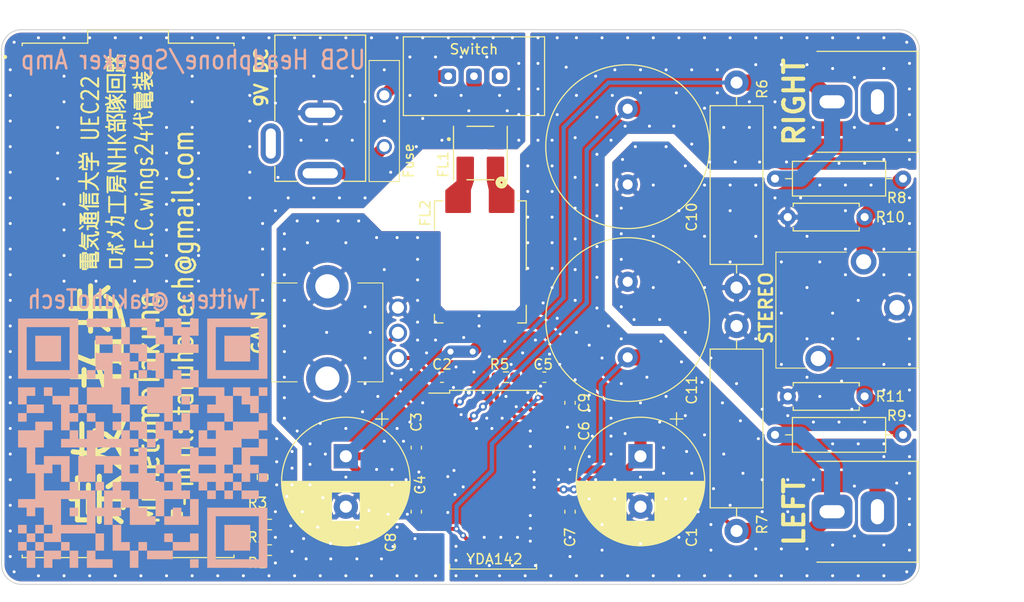
<source format=kicad_pcb>
(kicad_pcb (version 20211014) (generator pcbnew)
  (layers (0 "F.Cu" signal) (31 "B.Cu" signal) (34 "B.Paste" user) (35 "F.Paste" user) (36 "B.SilkS" user "B.Silkscreen") (37 "F.SilkS" user "F.Silkscreen") (38 "B.Mask" user) (39 "F.Mask" user) (44 "Edge.Cuts" user))
  (net 0 "")
  (net 1 "+12VA")
  (net 2 "GNDA")
  (net 3 "Net-(C2-Pad1)")
  (net 4 "+5VD")
  (net 5 "/AudioAmplifier/SP_OUTM_R")
  (net 6 "Net-(C10-Pad2)")
  (net 7 "/AudioAmplifier/SP_OUTM_L")
  (net 8 "Net-(F1-Pad1)")
  (net 9 "Net-(F1-Pad2)")
  (net 10 "GND")
  (net 11 "Net-(FL1-Pad2)")
  (net 12 "Net-(FL1-Pad3)")
  (net 13 "+12V")
  (net 15 "/AudioAmplifier/SP_OUTP_R")
  (net 16 "/AudioAmplifier/SP_OUTP_L")
  (net 17 "Net-(J4-Pad2)")
  (net 18 "Net-(J4-Pad3)")
  (net 19 "Net-(R1-Pad1)")
  (net 20 "/BCLK")
  (net 21 "Net-(R2-Pad1)")
  (net 22 "/LRCLK")
  (net 23 "Net-(R3-Pad1)")
  (net 24 "/DIN")
  (net 25 "Net-(R4-Pad2)")
  (net 26 "Net-(R5-Pad1)")
  (net 52 "+3.3V")
  (footprint "Capacitor_THT:CP_Radial_D12.5mm_P5.00mm" (layer "F.Cu") (at 104.14 132.296041 -90)
    (fp_text reference "C8")
    (fp_text value "220μ")
  )
  (footprint "Resistor_THT:R_Axial_DIN0207_L6.3mm_D2.5mm_P7.62mm_Horizontal" (layer "F.Cu") (at 147.955 126.365)
    (fp_text reference "R11")
    (fp_text value "56")
  )
  (footprint "Capacitor_SMD:C_0603_1608Metric_Pad1.08x0.95mm_HandSolder" (layer "F.Cu") (at 126.365 127 90)
    (fp_text reference "C9")
    (fp_text value "1μ")
  )
  (footprint "Capacitor_THT:CP_Radial_D12.5mm_P5.00mm" (layer "F.Cu") (at 133.35 132.296041 -90)
    (fp_text reference "C1")
    (fp_text value "220μ")
  )
  (footprint "MF-R300:MF-R300" (layer "F.Cu") (at 107.95 101.61 90)
    (fp_text reference "Fuse")
    (fp_text value "Polyfuse" hide)
  )
  (footprint "RJ-2410N:RJ-2410N" (layer "F.Cu") (at 156.845 137.795 180)
    (fp_text reference "LEFT")
    (fp_text value "RJ2410N" hide)
  )
  (footprint "Capacitor_SMD:C_0603_1608Metric_Pad1.08x0.95mm_HandSolder" (layer "F.Cu") (at 111.125 131.445 -90)
    (fp_text reference "C3")
    (fp_text value "1μ")
  )
  (footprint "Resistor_THT:R_Axial_DIN0516_L15.5mm_D5.0mm_P20.32mm_Horizontal" (layer "F.Cu") (at 142.875 95.25 -90)
    (fp_text reference "R6")
    (fp_text value "20")
  )
  (footprint "RS_PRO_PCB_Slide_Switch_SPDT_Latching_3A_120V_ac_Top:RS_PRO_PCB_Slide_Switch_SPDT_Latching_3A_120V_ac_Top" (layer "F.Cu") (at 116.84 94.615)
    (fp_text reference "Switch")
    (fp_text value "POWER")
  )
  (footprint "Capacitor_THT:C_Radial_D16.0mm_H31.5mm_P7.50mm" (layer "F.Cu") (at 132.08 97.85 -90)
    (fp_text reference "C10")
    (fp_text value "1000u")
  )
  (footprint "RJ-2410N:RJ-2410N" (layer "F.Cu") (at 156.845 97.155 180)
    (fp_text reference "RIGHT")
    (fp_text value "RJ2410N" hide)
  )
  (footprint "Capacitor_SMD:C_0603_1608Metric_Pad1.08x0.95mm_HandSolder" (layer "F.Cu") (at 123.825 124.46 180)
    (fp_text reference "C5")
    (fp_text value "1μ")
  )
  (footprint "Resistor_THT:R_Axial_DIN0207_L6.3mm_D2.5mm_P7.62mm_Horizontal" (layer "F.Cu") (at 155.575 108.585 180)
    (fp_text reference "R10")
    (fp_text value "56")
  )
  (footprint "MJ-352W-O:MJ-352W-O" (layer "F.Cu") (at 158.775 117.5575 90)
    (fp_text reference "STEREO")
    (fp_text value "MJ352W-0" hide)
  )
  (footprint "Resistor_THT:R_Axial_DIN0309_L9.0mm_D3.2mm_P12.70mm_Horizontal" (layer "F.Cu") (at 146.685 130.175)
    (fp_text reference "R9")
    (fp_text value "180")
  )
  (footprint "Resistor_SMD:R_0603_1608Metric_Pad0.98x0.95mm_HandSolder" (layer "F.Cu") (at 96.52 139.065)
    (fp_text reference "R2")
    (fp_text value "22")
  )
  (footprint "Capacitor_SMD:C_0603_1608Metric_Pad1.08x0.95mm_HandSolder" (layer "F.Cu") (at 126.365 137.795 -90)
    (fp_text reference "C7")
    (fp_text value "1μ")
  )
  (footprint "Resistor_SMD:R_0603_1608Metric_Pad0.98x0.95mm_HandSolder" (layer "F.Cu") (at 96.52 141.605)
    (fp_text reference "R1")
    (fp_text value "22")
  )
  (footprint "Resistor_SMD:R_0603_1608Metric_Pad0.98x0.95mm_HandSolder" (layer "F.Cu") (at 95.885 134.366 -90)
    (fp_text reference "R3")
    (fp_text value "22")
  )
  (footprint "MJ-179PH7:MJ-179PH7" (layer "F.Cu") (at 101.6 97.79 90)
    (fp_text reference "9V DC")
    (fp_text value "MJ-179PH7")
  )
  (footprint "Resistor_SMD:R_0603_1608Metric_Pad0.98x0.95mm_HandSolder" (layer "F.Cu") (at 120.015 124.46)
    (fp_text reference "R5")
    (fp_text value "100k")
  )
  (footprint "Capacitor_SMD:C_0603_1608Metric_Pad1.08x0.95mm_HandSolder" (layer "F.Cu") (at 111.125 137.795 -90)
    (fp_text reference "C4")
    (fp_text value "1μ")
  )
  (footprint "Raspberry_Pi_Pico:Raspberry_Pi_Pico" (layer "F.Cu") (at 82.55 116.84)
    (fp_text reference "U1" hide)
    (fp_text value "Pi Pico 1")
  )
  (footprint "YDA142:YDA142" (layer "F.Cu") (at 114.545 143.37)
    (fp_text reference "YDA142")
    (fp_text value "YDA142")
  )
  (footprint "Resistor_THT:R_Axial_DIN0516_L15.5mm_D5.0mm_P20.32mm_Horizontal" (layer "F.Cu") (at 142.875 119.38 -90)
    (fp_text reference "R7")
    (fp_text value "20")
  )
  (footprint "Resistor_THT:R_Axial_DIN0309_L9.0mm_D3.2mm_P12.70mm_Horizontal" (layer "F.Cu") (at 146.685 104.775)
    (fp_text reference "R8")
    (fp_text value "180")
  )
  (footprint "RK09K1130A8G:RK09K1130A8G" (layer "F.Cu") (at 109.305 122.555 90)
    (fp_text reference "GAIN")
    (fp_text value "RK09K1130A8G" hide)
  )
  (footprint "DLW5BTM142TQ2:DLW5BTM142TQ2" (layer "F.Cu") (at 117.475 102.235 90)
    (fp_text reference "FL1")
    (fp_text value "DLW5BTM142TQ2L")
  )
  (footprint "Capacitor_THT:C_Radial_D16.0mm_H31.5mm_P7.50mm" (layer "F.Cu") (at 132.08 122.495 90)
    (fp_text reference "C11")
    (fp_text value "1000u")
  )
  (footprint "Capacitor_SMD:C_0603_1608Metric_Pad1.08x0.95mm_HandSolder" (layer "F.Cu") (at 126.365 131.445 -90)
    (fp_text reference "C6")
    (fp_text value "1μ")
  )
  (footprint "Capacitor_SMD:C_0603_1608Metric_Pad1.08x0.95mm_HandSolder" (layer "F.Cu") (at 113.665 124.46)
    (fp_text reference "C2")
    (fp_text value "1μ")
  )
  (footprint "BNX025H01:BNX025H01" (layer "F.Cu") (at 117.475 113.03 -90)
    (fp_text reference "FL2")
    (fp_text value "BNX025H01L")
  )
  (footprint "takuhoTech:takuhoTech" (layer "B.Cu") (at 84 131 180)
    (fp_text reference "G***" hide)
    (fp_text value "LOGO" hide)
  )
  (gr_line (start 159 145) (end 72 145) (layer "Edge.Cuts") (width 0.1))
  (gr_arc (start 70 92) (mid 70.585786 90.585786) (end 72 90) (layer "Edge.Cuts") (width 0.1))
  (gr_arc (start 161 143) (mid 160.414214 144.414214) (end 159 145) (layer "Edge.Cuts") (width 0.1))
  (gr_line (start 161 92) (end 161 143) (layer "Edge.Cuts") (width 0.1))
  (gr_arc (start 159 90) (mid 160.414214 90.585786) (end 161 92) (layer "Edge.Cuts") (width 0.1))
  (gr_line (start 72 90) (end 159 90) (layer "Edge.Cuts") (width 0.1))
  (gr_arc (start 72 145) (mid 70.585786 144.414214) (end 70 143) (layer "Edge.Cuts") (width 0.1))
  (gr_line (start 70 143) (end 70 92) (layer "Edge.Cuts") (width 0.1))
  (gr_text "USB Headphone/Speaker Amp" (at 89 93) (layer "B.SilkS") (effects (font (size 1.833333 1.5) (thickness 0.25)) (justify mirror)))
  (gr_text "Twitter: @takuhoTech" (at 95.75 116.75) (layer "B.SilkS") (effects (font (size 1.818182 1.454545) (thickness 0.25)) (justify left mirror)))
  (gr_text "宗友 拓歩" (at 80 127 90) (layer "F.SilkS") (effects (font (size 4.545455 3.636364) (thickness 0.5))))
  (gr_text "電気通信大学 UEC22\nロボメカ工房NHK部隊回路\nU.E.C.wings24代電装" (at 81.5 114 90) (layer "F.SilkS") (effects (font (size 1.666667 1.333333) (thickness 0.2)) (justify left)))
  (gr_text "E-mail: takuho.tech@gmail.com" (at 88 139 90) (layer "F.SilkS") (effects (font (size 2 1.6) (thickness 0.25)) (justify left)))
  (gr_text "MunetomoTakuho" (at 84.5 127.5 90) (layer "F.SilkS") (effects (font (size 2.272727 1.818182) (thickness 0.3))))
  (segment (start 127.508 131.177) (end 127.508 129.0055) (width 0.8) (layer "F.Cu") (net 1))
  (segment (start 120.9275 126.1345) (end 122.588 127.795) (width 0.4) (layer "F.Cu") (net 1))
  (segment (start 119.575 119.061) (end 116.716 121.92) (width 1.2) (layer "F.Cu") (net 1))
  (segment (start 104.14 132.296041) (end 111.113541 132.296041) (width 0.8) (layer "F.Cu") (net 1))
  (segment (start 133.35 129.159) (end 133.35 132.296041) (width 1.2) (layer "F.Cu") (net 1))
  (segment (start 132.042041 133.604) (end 127.6615 133.604) (width 0.8) (layer "F.Cu") (net 1))
  (segment (start 111.1625 136.895) (end 111.125 136.9325) (width 0.4) (layer "F.Cu") (net 1))
  (segment (start 111.125 136.9325) (end 108.4845 136.9325) (width 0.8) (layer "F.Cu") (net 1))
  (segment (start 126.3275 136.895) (end 126.365 136.9325) (width 0.4) (layer "F.Cu") (net 1))
  (segment (start 124.385 127.795) (end 126.2975 127.795) (width 0.4) (layer "F.Cu") (net 1))
  (segment (start 124.385 132.345) (end 123.179 132.345) (width 0.4) (layer "F.Cu") (net 1))
  (segment (start 124.385 136.895) (end 126.3275 136.895) (width 0.4) (layer "F.Cu") (net 1))
  (segment (start 122.047 135.763) (end 123.179 136.895) (width 0.4) (layer "F.Cu") (net 1))
  (segment (start 127.6615 133.604) (end 126.365 132.3075) (width 0.8) (layer "F.Cu") (net 1))
  (segment (start 127.508 129.0055) (end 126.365 127.8625) (width 0.8) (layer "F.Cu") (net 1))
  (segment (start 126.2975 127.795) (end 126.365 127.8625) (width 0.4) (layer "F.Cu") (net 1))
  (segment (start 114.516041 121.92) (end 116.716 121.92) (width 1.2) (layer "F.Cu") (net 1))
  (segment (start 122.588 127.795) (end 124.385 127.795) (width 0.4) (layer "F.Cu") (net 1))
  (segment (start 111.1625 132.345) (end 111.125 132.3075) (width 0.4) (layer "F.Cu") (net 1))
  (segment (start 119.575 119.061) (end 123.252 119.061) (width 1.2) (layer "F.Cu") (net 1))
  (segment (start 108.4845 136.9325) (end 104.14 132.588) (width 0.8) (layer "F.Cu") (net 1))
  (segment (start 133.35 132.296041) (end 132.042041 133.604) (width 0.8) (layer "F.Cu") (net 1))
  (segment (start 111.113541 132.296041) (end 111.125 132.3075) (width 0.8) (layer "F.Cu") (net 1))
  (segment (start 126.3775 132.3075) (end 127.508 131.177) (width 0.8) (layer "F.Cu") (net 1))
  (segment (start 113.105 132.345) (end 111.1625 132.345) (width 0.4) (layer "F.Cu") (net 1))
  (segment (start 122.047 133.477) (end 122.047 135.763) (width 0.4) (layer "F.Cu") (net 1))
  (segment (start 123.179 132.345) (end 122.047 133.477) (width 0.4) (layer "F.Cu") (net 1))
  (segment (start 124.385 132.345) (end 126.3275 132.345) (width 0.4) (layer "F.Cu") (net 1))
  (segment (start 113.105 136.895) (end 111.1625 136.895) (width 0.4) (layer "F.Cu") (net 1))
  (segment (start 120.9275 124.46) (end 120.9275 126.1345) (width 0.4) (layer "F.Cu") (net 1))
  (segment (start 126.365 132.3075) (end 126.3775 132.3075) (width 0.8) (layer "F.Cu") (net 1))
  (segment (start 126.3275 132.345) (end 126.365 132.3075) (width 0.4) (layer "F.Cu") (net 1))
  (segment (start 123.252 119.061) (end 133.35 129.159) (width 1.2) (layer "F.Cu") (net 1))
  (segment (start 123.179 136.895) (end 124.385 136.895) (width 0.4) (layer "F.Cu") (net 1))
  (segment (start 104.14 132.588) (end 104.14 132.296041) (width 0.8) (layer "F.Cu") (net 1))
  (via (at 116.716 121.92) (size 1.2) (drill 0.6) (layers "F.Cu" "B.Cu") (net 1))
  (via (at 114.516041 121.92) (size 1.2) (drill 0.6) (layers "F.Cu" "B.Cu") (net 1))
  (segment (start 114.516041 121.92) (end 104.14 132.296041) (width 1.2) (layer "B.Cu") (net 1))
  (segment (start 116.716 121.92) (end 114.516041 121.92) (width 1.2) (layer "B.Cu") (net 1))
  (via (at 111.76 127) (size 0.6) (drill 0.3) (layers "F.Cu" "B.Cu") (net 2))
  (via (at 139.065 137.795) (size 0.6) (drill 0.3) (layers "F.Cu" "B.Cu") (net 2))
  (via (at 114.8588 133.7056) (size 0.6) (drill 0.3) (layers "F.Cu" "B.Cu") (net 2))
  (via (at 160.02 133.985) (size 0.6) (drill 0.3) (layers "F.Cu" "B.Cu") (net 2))
  (via (at 125.095 98.425) (size 0.6) (drill 0.3) (layers "F.Cu" "B.Cu") (net 2))
  (via (at 123.444 125.349) (size 0.6) (drill 0.3) (layers "F.Cu" "B.Cu") (net 2))
  (via (at 109.855 130.81) (size 0.6) (drill 0.3) (layers "F.Cu" "B.Cu") (net 2))
  (via (at 122.174 125.984) (size 0.6) (drill 0.3) (layers "F.Cu" "B.Cu") (net 2))
  (via (at 145.161 103.124) (size 0.6) (drill 0.3) (layers "F.Cu" "B.Cu") (net 2))
  (via (at 110.236 138.049) (size 0.6) (drill 0.3) (layers "F.Cu" "B.Cu") (net 2))
  (via (at 160.02 93.345) (size 0.6) (drill 0.3) (layers "F.Cu" "B.Cu") (net 2))
  (via (at 135.255 128.905) (size 0.6) (drill 0.3) (layers "F.Cu" "B.Cu") (net 2))
  (via (at 154.94 131.064) (size 0.6) (drill 0.3) (layers "F.Cu" "B.Cu") (net 2))
  (via (at 98.044 114.3) (size 0.6) (drill 0.3) (layers "F.Cu" "B.Cu") (net 2))
  (via (at 132.08 144.145) (size 0.6) (drill 0.3) (layers "F.Cu" "B.Cu") (net 2))
  (via (at 111.252 110.617) (size 0.6) (drill 0.3) (layers "F.Cu" "B.Cu") (net 2))
  (via (at 149.86 144.145) (size 0.6) (drill 0.3) (layers "F.Cu" "B.Cu") (net 2))
  (via (at 145.415 134.62) (size 0.6) (drill 0.3) (layers "F.Cu" "B.Cu") (net 2))
  (via (at 130.81 136.525) (size 0.6) (drill 0.3) (layers "F.Cu" "B.Cu") (net 2))
  (via (at 130.81 93.98) (size 0.6) (drill 0.3) (layers "F.Cu" "B.Cu") (net 2))
  (via (at 127 120.015) (size 0.6) (drill 0.3) (layers "F.Cu" "B.Cu") (net 2))
  (via (at 154.559 135.255) (size 0.6) (drill 0.3) (layers "F.Cu" "B.Cu") (net 2))
  (via (at 144.78 144.145) (size 0.6) (drill 0.3) (layers "F.Cu" "B.Cu") (net 2))
  (via (at 109.601 124.714) (size 0.6) (drill 0.3) (layers "F.Cu" "B.Cu") (net 2))
  (via (at 98.044 121.92) (size 0.6) (drill 0.3) (layers "F.Cu" "B.Cu") (net 2))
  (via (at 154.94 144.145) (size 0.6) (drill 0.3) (layers "F.Cu" "B.Cu") (net 2))
  (via (at 106.553 120.015) (size 0.6) (drill 0.3) (layers "F.Cu" "B.Cu") (net 2))
  (via (at 140.335 139.065) (size 0.6) (drill 0.3) (layers "F.Cu" "B.Cu") (net 2))
  (via (at 124.587 115.57) (size 0.6) (drill 0.3) (layers "F.Cu" "B.Cu") (net 2))
  (via (at 100.33 111.125) (size 0.6) (drill 0.3) (layers "F.Cu" "B.Cu") (net 2))
  (via (at 98.044 116.84) (size 0.6) (drill 0.3) (layers "F.Cu" "B.Cu") (net 2))
  (via (at 122.174 111.125) (size 0.6) (drill 0.3) (layers "F.Cu" "B.Cu") (net 2))
  (via (at 160.02 98.425) (size 0.6) (drill 0.3) (layers "F.Cu" "B.Cu") (net 2))
  (via (at 152.4 141.097) (size 0.6) (drill 0.3) (layers "F.Cu" "B.Cu") (net 2))
  (via (at 124.587 113.665) (size 0.6) (drill 0.3) (layers "F.Cu" "B.Cu") (net 2))
  (via (at 143.256 128.778) (size 0.6) (drill 0.3) (layers "F.Cu" "B.Cu") (net 2))
  (via (at 122.428 131.318) (size 0.6) (drill 0.3) (layers "F.Cu" "B.Cu") (net 2))
  (via (at 122.809 133.858) (size 0.6) (drill 0.3) (layers "F.Cu" "B.Cu") (net 2))
  (via (at 128.905 134.62) (size 0.6) (drill 0.3) (layers "F.Cu" "B.Cu") (net 2))
  (via (at 138.43 101.346) (size 0.6) (drill 0.3) (layers "F.Cu" "B.Cu") (net 2))
  (via (at 157.48 93.853) (size 0.6) (drill 0.3) (layers "F.Cu" "B.Cu") (net 2))
  (via (at 145.034 130.556) (size 0.6) (drill 0.3) (layers "F.Cu" "B.Cu") (net 2))
  (via (at 111.252 120.777) (size 0.6) (drill 0.3) (layers "F.Cu" "B.Cu") (net 2))
  (via (at 126.365 140.335) (size 0.6) (drill 0.3) (layers "F.Cu" "B.Cu") (net 2))
  (via (at 129.54 144.145) (size 0.6) (drill 0.3) (layers "F.Cu" "B.Cu") (net 2))
  (via (at 128.27 136.525) (size 0.6) (drill 0.3) (layers "F.Cu" "B.Cu") (net 2))
  (via (at 111.252 116.84) (size 0.6) (drill 0.3) (layers "F.Cu" "B.Cu") (net 2))
  (via (at 104.14 129.54) (size 0.6) (drill 0.3) (layers "F.Cu" "B.Cu") (net 2))
  (via (at 115.062 142.621) (size 0.6) (drill 0.3) (layers "F.Cu" "B.Cu") (net 2))
  (via (at 130.429 130.302) (size 0.6) (drill 0.3) (layers "F.Cu" "B.Cu") (net 2))
  (via (at 117.094 129.54) (size 0.6) (drill 0.3) (layers "F.Cu" "B.Cu") (net 2))
  (via (at 131.826 130.048) (size 0.6) (drill 0.3) (layers "F.Cu" "B.Cu") (net 2))
  (via (at 115.062 141.224) (size 0.6) (drill 0.3) (layers "F.Cu" "B.Cu") (net 2))
  (via (at 126.111 129.413) (size 0.6) (drill 0.3) (layers "F.Cu" "B.Cu") (net 2))
  (via (at 137.795 136.525) (size 0.6) (drill 0.3) (layers "F.Cu" "B.Cu") (net 2))
  (via (at 111.252 114.808) (size 0.6) (drill 0.3) (layers "F.Cu" "B.Cu") (net 2))
  (via (at 128.905 94.615) (size 0.6) (drill 0.3) (layers "F.Cu" "B.Cu") (net 2))
  (via (at 130.429 132.08) (size 0.6) (drill 0.3) (layers "F.Cu" "B.Cu") (net 2))
  (via (at 139.7 90.805) (size 0.6) (drill 0.3) (layers "F.Cu" "B.Cu") (net 2))
  (via (at 129.032 102.362) (size 0.6) (drill 0.3) (layers "F.Cu" "B.Cu") (net 2))
  (via (at 141.605 132.08) (size 0.6) (drill 0.3) (layers "F.Cu" "B.Cu") (net 2))
  (via (at 159.75 143.75) (size 0.6) (drill 0.3) (layers "F.Cu" "B.Cu") (net 2))
  (via (at 157.48 132.334) (size 0.6) (drill 0.3) (layers "F.Cu" "B.Cu") (net 2))
  (via (at 135.636 133.985) (size 0.6) (drill 0.3) (layers "F.Cu" "B.Cu") (net 2))
  (via (at 101.854 136.398) (size 0.6) (drill 0.3) (layers "F.Cu" "B.Cu") (net 2))
  (via (at 127 144.145) (size 0.6) (drill 0.3) (layers "F.Cu" "B.Cu") (net 2))
  (via (at 115.57 128.1684) (size 0.6) (drill 0.3) (layers "F.Cu" "B.Cu") (net 2))
  (via (at 137.795 128.27) (size 0.6) (drill 0.3) (layers "F.Cu" "B.Cu") (net 2))
  (via (at 129.54 139.065) (size 0.6) (drill 0.3) (layers "F.Cu" "B.Cu") (net 2))
  (via (at 119.888 120.904) (size 0.6) (drill 0.3) (layers "F.Cu" "B.Cu") (net 2))
  (via (at 125.095 90.805) (size 0.6) (drill 0.3) (layers "F.Cu" "B.Cu") (net 2))
  (via (at 127 96.52) (size 0.6) (drill 0.3) (layers "F.Cu" "B.Cu") (net 2))
  (via (at 144.78 141.478) (size 0.6) (drill 0.3) (layers "F.Cu" "B.Cu") (net 2))
  (via (at 129.032 108.458) (size 0.6) (drill 0.3) (layers "F.Cu" "B.Cu") (net 2))
  (via (at 147.955 137.795) (size 0.6) (drill 0.3) (layers "F.Cu" "B.Cu") (net 2))
  (via (at 106.426 137.668) (size 0.6) (drill 0.3) (layers "F.Cu" "B.Cu") (net 2))
  (via (at 102.235 120.015) (size 0.6) (drill 0.3) (layers "F.Cu" "B.Cu") (net 2))
  (via (at 109.22 110.617) (size 0.6) (drill 0.3) (layers "F.Cu" "B.Cu") (net 2))
  (via (at 152.4 131.064) (size 0.6) (drill 0.3) (layers "F.Cu" "B.Cu") (net 2))
  (via (at 114.808 125.476) (size 0.6) (drill 0.3) (layers "F.Cu" "B.Cu") (net 2))
  (via (at 111.379 135.382) (size 0.6) (drill 0.3) (layers "F.Cu" "B.Cu") (net 2))
  (via (at 123.698 117.094) (size 0.6) (drill 0.3) (layers "F.Cu" "B.Cu") (net 2))
  (via (at 138.43 93.98) (size 0.6) (drill 0.3) (layers "F.Cu" "B.Cu") (net 2))
  (via (at 129.54 122.555) (size 0.6) (drill 0.3) (layers "F.Cu" "B.Cu") (net 2))
  (via (at 147.828 103.124) (size 0.6) (drill 0.3) (layers "F.Cu" "B.Cu") (net 2))
  (via (at 119.38 144.145) (size 0.6) (drill 0.3) (layers "F.Cu" "B.Cu") (net 2))
  (via (at 144.78 93.472) (size 0.6) (drill 0.3) (layers "F.Cu" "B.Cu") (net 2))
  (via (at 140.208 103.124) (size 0.6) (drill 0.3) (layers "F.Cu" "B.Cu") (net 2))
  (via (at 135.89 93.98) (size 0.6) (drill 0.3) (layers "F.Cu" "B.Cu") (net 2))
  (via (at 122.174 108.585) (size 0.6) (drill 0.3) (layers "F.Cu" "B.Cu") (net 2))
  (via (at 123.19 95.885) (size 0.6) (drill 0.3) (layers "F.Cu" "B.Cu") (net 2))
  (via (at 108.712 133.604) (size 0.6) (drill 0.3) (layers "F.Cu" "B.Cu") (net 2))
  (via (at 137.922 131.826) (size 0.6) (drill 0.3) (layers "F.Cu" "B.Cu") (net 2))
  (via (at 124.587 103.505) (size 0.6) (drill 0.3) (layers "F.Cu" "B.Cu") (net 2))
  (via (at 108.331 138.049) (size 0.6) (drill 0.3) (layers "F.Cu" "B.Cu") (net 2))
  (via (at 153.035 103.251) (size 0.6) (drill 0.3) (layers "F.Cu" "B.Cu") (net 2))
  (via (at 117.856 140.335) (size 0.6) (drill 0.3) (layers "F.Cu" "B.Cu") (net 2))
  (via (at 125.984 93.726) (size 0.6) (drill 0.3) (layers "F.Cu" "B.Cu") (net 2))
  (via (at 115.062 144.145) (size 0.6) (drill 0.3) (layers "F.Cu" "B.Cu") (net 2))
  (via (at 125.349 123.19) (size 0.6) (drill 0.3) (layers "F.Cu" "B.Cu") (net 2))
  (via (at 139.7 97.79) (size 0.6) (drill 0.3) (layers "F.Cu" "B.Cu") (net 2))
  (via (at 129.032 114.554) (size 0.6) (drill 0.3) (layers "F.Cu" "B.Cu") (net 2))
  (via (at 140.335 141.605) (size 0.6) (drill 0.3) (layers "F.Cu" "B.Cu") (net 2))
  (via (at 144.145 99.695) (size 0.6) (drill 0.3) (layers "F.Cu" "B.Cu") (net 2))
  (via (at 117.7544 125.984) (size 0.6) (drill 0.3) (layers "F.Cu" "B.Cu") (net 2))
  (via (at 111.252 112.776) (size 0.6) (drill 0.3) (layers "F.Cu" "B.Cu") (net 2))
  (via (at 160.02 139.065) (size 0.6) (drill 0.3) (layers "F.Cu" "B.Cu") (net 2))
  (via (at 134.62 144.145) (size 0.6) (drill 0.3) (layers "F.Cu" "B.Cu") (net 2))
  (via (at 128.27 126.238) (size 0.6) (drill 0.3) (layers "F.Cu" "B.Cu") (net 2))
  (via (at 122.936 120.777) (size 0.6) (drill 0.3) (layers "F.Cu" "B.Cu") (net 2))
  (via (at 122.428 139.446) (size 0.6) (drill 0.3) (layers "F.Cu" "B.Cu") (net 2))
  (via (at 154.559 94.742) (size 0.6) (drill 0.3) (layers "F.Cu" "B.Cu") (net 2))
  (via (at 122.428 140.716) (size 0.6) (drill 0.3) (layers "F.Cu" "B.Cu") (net 2))
  (via (at 134.62 90.805) (size 0.6) (drill 0.3) (layers "F.Cu" "B.Cu") (net 2))
  (via (at 160.02 100.965) (size 0.6) (drill 0.3) (layers "F.Cu" "B.Cu") (net 2))
  (via (at 155.575 103.251) (size 0.6) (drill 0.3) (layers "F.Cu" "B.Cu") (net 2))
  (via (at 116.459 142.621) (size 0.6) (drill 0.3) (layers "F.Cu" "B.Cu") (net 2))
  (via (at 140.97 93.98) (size 0.6) (drill 0.3) (layers "F.Cu" "B.Cu") (net 2))
  (via (at 100.584 133.096) (size 0.6) (drill 0.3) (layers "F.Cu" "B.Cu") (net 2))
  (via (at 134.239 99.568) (size 0.6) (drill 0.3) (layers "F.Cu" "B.Cu") (net 2))
  (via (at 126.873 116.84) (size 0.6) (drill 0.3) (layers "F.Cu" "B.Cu") (net 2))
  (via (at 115.062 123.444) (size 0.6) (drill 0.3) (layers "F.Cu" "B.Cu") (net 2))
  (via (at 103.378 108.966) (size 0.6) (drill 0.3) (layers "F.Cu" "B.Cu") (net 2))
  (via (at 124.587 108.585) (size 0.6) (drill 0.3) (layers "F.Cu" "B.Cu") (net 2))
  (via (at 144.145 97.155) (size 0.6) (drill 0.3) (layers "F.Cu" "B.Cu") (net 2))
  (via (at 137.16 140.335) (size 0.6) (drill 0.3) (layers "F.Cu" "B.Cu") (net 2))
  (via (at 131.445 120.65) (size 0.6) (drill 0.3) (layers "F.Cu" "B.Cu") (net 2))
  (via (at 122.174 113.665) (size 0.6) (drill 0.3) (layers "F.Cu" "B.Cu") (net 2))
  (via (at 126.873 104.648) (size 0.6) (drill 0.3) (layers "F.Cu" "B.Cu") (net 2))
  (via (at 117.348 118.364) (size 0.6) (drill 0.3) (layers "F.Cu" "B.Cu") (net 2))
  (via (at 109.22 129.54) (size 0.6) (drill 0.3) (layers "F.Cu" "B.Cu") (net 2))
  (via (at 131.826 99.568) (size 0.6) (drill 0.3) (layers "F.Cu" "B.Cu") (net 2))
  (via (at 111.252 118.999) (size 0.6) (drill 0.3) (layers "F.Cu" "B.Cu") (net 2))
  (via (at 125.222 134.62) (size 0.6) (drill 0.3) (layers "F.Cu" "B.Cu") (net 2))
  (via (at 145.415 137.795) (size 0.6) (drill 0.3) (layers "F.Cu" "B.Cu") (net 2))
  (via (at 129.54 141.605) (size 0.6) (drill 0.3) (layers "F.Cu" "B.Cu") (net 2))
  (via (at 160.02 132.334) (size 0.6) (drill 0.3) (layers "F.Cu" "B.Cu") (net 2))
  (via (at 141.478 127) (size 0.6) (drill 0.3) (layers "F.Cu" "B.Cu") (net 2))
  (via (at 118.618 129.54) (size 0.6) (drill 0.3) (layers "F.Cu" "B.Cu") (net 2))
  (via (at 106.045 125.095) (size 0.6) (drill 0.3) (layers "F.Cu" "B.Cu") (net 2))
  (via (at 140.97 96.266) (size 0.6) (drill 0.3) (layers "F.Cu" "B.Cu") (net 2))
  (via (at 135.636 131.445) (size 0.6) (drill 0.3) (layers "F.Cu" "B.Cu") (net 2))
  (via (at 105.791 127.889) (size 0.6) (drill 0.3) (layers "F.Cu" "B.Cu") (net 2))
  (via (at 133.35 96.266) (size 0.6) (drill 0.3) (layers "F.Cu" "B.Cu") (net 2))
  (via (at 123.19 90.805) (size 0.6) (drill 0.3) (layers "F.Cu" "B.Cu") (net 2))
  (via (at 101.6 129.032) (size 0.6) (drill 0.3) (layers "F.Cu" "B.Cu") (net 2))
  (via (at 117.348 119.38) (size 0.6) (drill 0.3) (layers "F.Cu" "B.Cu") (net 2))
  (via (at 127 90.805) (size 0.6) (drill 0.3) (layers "F.Cu" "B.Cu") (net 2))
  (via (at 114.2492 134.3152) (size 0.6) (drill 0.3) (layers "F.Cu" "B.Cu") (net 2))
  (via (at 139.446 124.968) (size 0.6) (drill 0.3) (layers "F.Cu" "B.Cu") (net 2))
  (via (at 122.936 143.129) (size 0.6) (drill 0.3) (layers "F.Cu" "B.Cu") (net 2))
  (via (at 130.556 96.52) (size 0.6) (drill 0.3) (layers "F.Cu" "B.Cu") (net 2))
  (via (at 108.712 135.128) (size 0.6) (drill 0.3) (layers "F.Cu" "B.Cu") (net 2))
  (via (at 157.48 131.064) (size 0.6) (drill 0.3) (layers "F.Cu" "B.Cu") (net 2))
  (via (at 137.414 122.936) (size 0.6) (drill 0.3) (layers "F.Cu" "B.Cu") (net 2))
  (via (at 112.141 122.047) (size 0.6) (drill 0.3) (layers "F.Cu" "B.Cu") (net 2))
  (via (at 131.445 125.095) (size 0.6) (drill 0.3) (layers "F.Cu" "B.Cu") (net 2))
  (via (at 114.9604 136.0932) (size 0.6) (drill 0.3) (layers "F.Cu" "B.Cu") (net 2))
  (via (at 106.045 117.475) (size 0.6) (drill 0.3) (layers "F.Cu" "B.Cu") (net 2))
  (via (at 146.685 99.695) (size 0.6) (drill 0.3) (layers "F.Cu" "B.Cu") (net 2))
  (via (at 99.314 129.794) (size 0.6) (drill 0.3) (layers "F.Cu" "B.Cu") (net 2))
  (via (at 133.985 124.46) (size 0.6) (drill 0.3) (layers "F.Cu" "B.Cu") (net 2))
  (via (at 135.89 126.365) (size 0.6) (drill 0.3) (layers "F.Cu" "B.Cu") (net 2))
  (via (at 126.365 142.24) (size 0.6) (drill 0.3) (layers "F.Cu" "B.Cu") (net 2))
  (via (at 157.48 102.87) (size 0.6) (drill 0.3) (layers "F.Cu" "B.Cu") (net 2))
  (via (at 101.346 108.966) (size 0.6) (drill 0.3) (layers "F.Cu" "B.Cu") (net 2))
  (via (at 107.95 130.81) (size 0.6) (drill 0.3) (layers "F.Cu" "B.Cu") (net 2))
  (via (at 124.46 144.145) (size 0.6) (drill 0.3) (layers "F.Cu" "B.Cu") (net 2))
  (via (at 130.429 128.524) (size 0.6) (drill 0.3) (layers "F.Cu" "B.Cu") (net 2))
  (via (at 122.428 129.794) (size 0.6) (drill 0.3) (layers "F.Cu" "B.Cu") (net 2))
  (via (at 129.032 117.602) (size 0.6) (drill 0.3) (layers "F.Cu" "B.Cu") (net 2))
  (via (at 104.14 111.125) (size 0.6) (drill 0.3) (layers "F.Cu" "B.Cu") (net 2))
  (via (at 135.89 136.525) (size 0.6) (drill 0.3) (layers "F.Cu" "B.Cu") (net 2))
  (via (at 124.587 106.045) (size 0.6) (drill 0.3) (layers "F.Cu" "B.Cu") (net 2))
  (via (at 102.108 132.08) (size 0.6) (drill 0.3) (layers "F.Cu" "B.Cu") (net 2))
  (via (at 144.78 90.805) (size 0.6) (drill 0.3) (layers "F.Cu" "B.Cu") (net 2))
  (via (at 114.2492 137.8712) (size 0.6) (drill 0.3) (layers "F.Cu" "B.Cu") (net 2))
  (via (at 141.605 99.695) (size 0.6) (drill 0.3) (layers "F.Cu" "B.Cu") (net 2))
  (via (at 123.317 123.19) (size 0.6) (drill 0.3) (layers "F.Cu" "B.Cu") (net 2))
  (via (at 129.032 111.506) (size 0.6) (drill 0.3) (layers "F.Cu" "B.Cu") (net 2))
  (via (at 100.584 131.064) (size 0.6) (drill 0.3) (layers "F.Cu" "B.Cu") (net 2))
  (via (at 147.32 144.145) (size 0.6) (drill 0.3) (layers "F.Cu" "B.Cu") (net 2))
  (via (at 111.379 133.858) (size 0.6) (drill 0.3) (layers "F.Cu" "B.Cu") (net 2))
  (via (at 122.809 134.62) (size 0.6) (drill 0.3) (layers "F.Cu" "B.Cu") (net 2))
  (via (at 121.92 144.145) (size 0.6) (drill 0.3) (layers "F.Cu" "B.Cu") (net 2))
  (via (at 158.75 134.958) (size 0.6) (drill 0.3) (layers "F.Cu" "B.Cu") (net 2))
  (via (at 123.19 100.965) (size 0.6) (drill 0.3) (layers "F.Cu" "B.Cu") (net 2))
  (via (at 122.809 135.382) (size 0.6) (drill 0.3) (layers "F.Cu" "B.Cu") (net 2))
  (via (at 124.587 100.965) (size 0.6) (drill 0.3) (layers "F.Cu" "B.Cu") (net 2))
  (via (at 120.523 123.19) (size 0.6) (drill 0.3) (layers "F.Cu" "B.Cu") (net 2))
  (via (at 117.094 144.145) (size 0.6) (drill 0.3) (layers "F.Cu" "B.Cu") (net 2))
  (via (at 108.712 124.079) (size 0.6) (drill 0.3) (layers "F.Cu" "B.Cu") (net 2))
  (via (at 160.02 141.605) (size 0.6) (drill 0.3) (layers "F.Cu" "B.Cu") (net 2))
  (via (at 121.666 122.047) (size 0.6) (drill 0.3) (layers "F.Cu" "B.Cu") (net 2))
  (via (at 139.7 130.175) (size 0.6) (drill 0.3) (layers "F.Cu" "B.Cu") (net 2))
  (via (at 133.35 140.97) (size 0.6) (drill 0.3) (layers "F.Cu" "B.Cu") (net 2))
  (via (at 129.032 105.41) (size 0.6) (drill 0.3) (layers "F.Cu" "B.Cu") (net 2))
  (via (at 110.617 123.698) (size 0.6) (drill 0.3) (layers "F.Cu" "B.Cu") (net 2))
  (via (at 128.27 121.285) (size 0.6) (drill 0.3) (layers "F.Cu" "B.Cu") (net 2))
  (via (at 106.045 122.555) (size 0.6) (drill 0.3) (layers "F.Cu" "B.Cu") (net 2))
  (via (at 128.27 127.762) (size 0.6) (drill 0.3) (layers "F.Cu" "B.Cu") (net 2))
  (via (at 146.685 97.155) (size 0.6) (drill 0.3) (layers "F.Cu" "B.Cu") (net 2))
  (via (at 126.873 107.696) (size 0.6) (drill 0.3) (layers "F.Cu" "B.Cu") (net 2))
  (via (at 130.429 100.965) (size 0.6) (drill 0.3) (layers "F.Cu" "B.Cu") (net 2))
  (via (at 157.48 144.145) (size 0.6) (drill 0.3) (layers "F.Cu" "B.Cu") (net 2))
  (via (at 154.559 99.695) (size 0.6) (drill 0.3) (layers "F.Cu" "B.Cu") (net 2))
  (via (at 124.333 122.174) (size 0.6) (drill 0.3) (layers "F.Cu" "B.Cu") (net 2))
  (via (at 98.044 124.46) (size 0.6) (drill 0.3) (layers "F.Cu" "B.Cu") (net 2))
  (via (at 126.873 100.711) (size 0.6) (drill 0.3) (layers "F.Cu" "B.Cu") (net 2))
  (via (at 149.86 90.805) (size 0.6) (drill 0.3) (layers "F.Cu" "B.Cu") (net 2))
  (via (at 147.32 93.472) (size 0.6) (drill 0.3) (layers "F.Cu" "B.Cu") (net 2))
  (via (at 107.315 126.365) (size 0.6) (drill 0.3) (layers "F.Cu" "B.Cu") (net 2))
  (via (at 121.031 127.381) (size 0.6) (drill 0.3) (layers "F.Cu" "B.Cu") (net 2))
  (via (at 119.507 140.335) (size 0.6) (drill 0.3) (layers "F.Cu" "B.Cu") (net 2))
  (via (at 118.364 143.129) (size 0.6) (drill 0.3) (layers "F.Cu" "B.Cu") (net 2))
  (via (at 136.906 96.266) (size 0.6) (drill 0.3) (layers "F.Cu" "B.Cu") (net 2))
  (via (at 107.95 113.792) (size 0.6) (drill 0.3) (layers "F.Cu" "B.Cu") (net 2))
  (via (at 160.02 102.87) (size 0.6) (drill 0.3) (layers "F.Cu" "B.Cu") (net 2))
  (via (at 150.495 99.695) (size 0.6) (drill 0.3) (layers "F.Cu" "B.Cu") (net 2))
  (via (at 104.14 134.366) (size 0.6) (drill 0.3) (layers "F.Cu" "B.Cu") (net 2))
  (via (at 133.35 127) (size 0.6) (drill 0.3) (layers "F.Cu" "B.Cu") (net 2))
  (via (at 142.24 144.145) (size 0.6) (drill 0.3) (layers "F.Cu" "B.Cu") (net 2))
  (via (at 113.03 118.999) (size 0.6) (drill 0.3) (layers "F.Cu" "B.Cu") (net 2))
  (via (at 115.824 120.523) (size 0.6) (drill 0.3) (layers "F.Cu" "B.Cu") (net 2))
  (via (at 110.49 128.905) (size 0.6) (drill 0.3) (layers "F.Cu" "B.Cu") (net 2))
  (via (at 159.75 91.25) (size 0.6) (drill 0.3) (layers "F.Cu" "B.Cu") (net 2))
  (via (at 118.11 128.524) (size 0.6) (drill 0.3) (layers "F.Cu" "B.Cu") (net 2))
  (via (at 142.24 90.805) (size 0.6) (drill 0.3) (layers "F.Cu" "B.Cu") (net 2))
  (via (at 120.65 143.129) (size 0.6) (drill 0.3) (layers "F.Cu" "B.Cu") (net 2))
  (via (at 122.428 138.176) (size 0.6) (drill 0.3) (layers "F.Cu" "B.Cu") (net 2))
  (via (at 126.873 110.744) (size 0.6) (drill 0.3) (layers "F.Cu" "B.Cu") (net 2))
  (via (at 147.955 134.62) (size 0.6) (drill 0.3) (layers "F.Cu" "B.Cu") (net 2))
  (via (at 138.43 133.985) (size 0.6) (drill 0.3) (layers "F.Cu" "B.Cu") (net 2))
  (via (at 152.4 90.805) (size 0.6) (drill 0.3) (layers "F.Cu" "B.Cu") (net 2))
  (via (at 98.044 126.492) (size 0.6) (drill 0.3) (layers "F.Cu" "B.Cu") (net 2))
  (via (at 98.044 119.38) (size 0.6) (drill 0.3) (layers "F.Cu" "B.Cu") (net 2))
  (via (at 113.03 120.777) (size 0.6) (drill 0.3) (layers "F.Cu" "B.Cu") (net 2))
  (via (at 119.634 128.524) (size 0.6) (drill 0.3) (layers "F.Cu" "B.Cu") (net 2))
  (via (at 137.16 90.805) (size 0.6) (drill 0.3) (layers "F.Cu" "B.Cu") (net 2))
  (via (at 154.559 140.208) (size 0.6) (drill 0.3) (layers "F.Cu" "B.Cu") (net 2))
  (via (at 149.86 141.478) (size 0.6) (drill 0.3) (layers "F.Cu" "B.Cu") (net 2))
  (via (at 107.188 110.617) (size 0.6) (drill 0.3) (layers "F.Cu" "B.Cu") (net 2))
  (via (at 160.02 95.885) (size 0.6) (drill 0.3) (layers "F.Cu" "B.Cu") (net 2))
  (via (at 126.873 124.714) (size 0.6) (drill 0.3) (layers "F.Cu" "B.Cu") (net 2))
  (via (at 125.095 118.618) (size 0.6) (drill 0.3) (layers "F.Cu" "B.Cu") (net 2))
  (via (at 98.044 111.76) (size 0.6) (drill 0.3) (layers "F.Cu" "B.Cu") (net 2))
  (via (at 120.015 126.365) (size 0.6) (drill 0.3) (layers "F.Cu" "B.Cu") (net 2))
  (via (at 158.75 99.906) (size 0.6) (drill 0.3) (layers "F.Cu" "B.Cu") (net 2))
  (via (at 160.02 136.525) (size 0.6) (drill 0.3) (layers "F.Cu" "B.Cu") (net 2))
  (via (at 126.365 133.604) (size 0.6) (drill 0.3) (layers "F.Cu" "B.Cu") (net 2))
  (via (at 128.27 132.334) (size 0.6) (drill 0.3) (layers "F.Cu" "B.Cu") (net 2))
  (via (at 107.188 133.604) (size 0.6) (drill 0.3) (layers "F.Cu" "B.Cu") (net 2))
  (via (at 150.495 134.62) (size 0.6) (drill 0.3) (layers "F.Cu" "B.Cu") (net 2))
  (via (at 110.109 134.62) (size 0.6) (drill 0.3) (layers "F.Cu" "B.Cu") (net 2))
  (via (at 99.314 108.966) (size 0.6) (drill 0.3) (layers "F.Cu" "B.Cu") (net 2))
  (via (at 137.16 144.145) (size 0.6) (drill 0.3) (layers "F.Cu" "B.Cu") (net 2))
  (via (at 154.94 90.805) (size 0.6) (drill 0.3) (layers "F.Cu" "B.Cu") (net 2))
  (via (at 129.54 90.805) (size 0.6) (drill 0.3) (layers "F.Cu" "B.Cu") (net 2))
  (via (at 139.7 144.145) (size 0.6) (drill 0.3) (layers "F.Cu" "B.Cu") (net 2))
  (via (at 140.589 135.509) (size 0.6) (drill 0.3) (layers "F.Cu" "B.Cu") (net 2))
  (via (at 133.35 134.366) (size 0.6) (drill 0.3) (layers "F.Cu" "B.Cu") (net 2))
  (via (at 121.158 140.335) (size 0.6) (drill 0.3) (layers "F.Cu" "B.Cu") (net 2))
  (via (at 157.48 90.805) (size 0.6) (drill 0.3) (layers "F.Cu" "B.Cu") (net 2))
  (via (at 100.584 135.128) (size 0.6) (drill 0.3) (layers "F.Cu" "B.Cu") (net 2))
  (via (at 143.51 133.985) (size 0.6) (drill 0.3) (layers "F.Cu" "B.Cu") (net 2))
  (via (at 123.19 98.425) (size 0.6) (drill 0.3) (layers "F.Cu" "B.Cu") (net 2))
  (via (at 133.35 93.98) (size 0.6) (drill 0.3) (layers "F.Cu" "B.Cu") (net 2))
  (via (at 116.84 123.952) (size 0.6) (drill 0.3) (layers "F.Cu" "B.Cu") (net 2))
  (via (at 105.41 108.966) (size 0.6) (drill 0.3) (layers "F.Cu" "B.Cu") (net 2))
  (via (at 130.175 119.38) (size 0.6) (drill 0.3) (layers "F.Cu" "B.Cu") (net 2))
  (via (at 157.48 141.097) (size 0.6) (drill 0.3) (layers "F.Cu" "B.Cu") (net 2))
  (via (at 126.873 113.792) (size 0.6) (drill 0.3) (layers "F.Cu" "B.Cu") (net 2))
  (via (at 152.4 144.145) (size 0.6) (drill 0.3) (layers "F.Cu" "B.Cu") (net 2))
  (via (at 147.32 141.478) (size 0.6) (drill 0.3) (layers "F.Cu" "B.Cu") (net 2))
  (via (at 132.08 90.805) (size 0.6) (drill 0.3) (layers "F.Cu" "B.Cu") (net 2))
  (via (at 130.81 134.62) (size 0.6) (drill 0.3) (layers "F.Cu" "B.Cu") (net 2))
  (via (at 123.19 93.345) (size 0.6) (drill 0.3) (layers "F.Cu" "B.Cu") (net 2))
  (via (at 98.044 110.236) (size 0.6) (drill 0.3) (layers "F.Cu" "B.Cu") (net 2))
  (via (at 142.748 103.124) (size 0.6) (drill 0.3) (layers "F.Cu" "B.Cu") (net 2))
  (via (at 122.174 106.045) (size 0.6) (drill 0.3) (layers "F.Cu" "B.Cu") (net 2))
  (via (at 149.86 93.472) (size 0.6) (drill 0.3) (layers "F.Cu" "B.Cu") (net 2))
  (via (at 135.382 120.904) (size 0.6) (drill 0.3) (layers "F.Cu" "B.Cu") (net 2))
  (via (at 129.032 98.679) (size 0.6) (drill 0.3) (layers "F.Cu" "B.Cu") (net 2))
  (via (at 152.4 93.853) (size 0.6) (drill 0.3) (layers "F.Cu" "B.Cu") (net 2))
  (via (at 136.652 99.568) (size 0.6) (drill 0.3) (layers "F.Cu" "B.Cu") (net 2))
  (via (at 124.587 111.125) (size 0.6) (drill 0.3) (layers "F.Cu" "B.Cu") (net 2))
  (via (at 98.044 128.524) (size 0.6) (drill 0.3) (layers "F.Cu" "B.Cu") (net 2))
  (via (at 122.174 103.505) (size 0.6) (drill 0.3) (layers "F.Cu" "B.Cu") (net 2))
  (via (at 118.364 122.428) (size 0.6) (drill 0.3) (layers "F.Cu" "B.Cu") (net 2))
  (via (at 142.24 137.16) (size 0.6) (drill 0.3) (layers "F.Cu" "B.Cu") (net 2))
  (via (at 115.7732 135.3312) (size 0.6) (drill 0.3) (layers "F.Cu" "B.Cu") (net 2))
  (via (at 147.32 90.805) (size 0.6) (drill 0.3) (layers "F.Cu" "B.Cu") (net 2))
  (via (at 128.5748 130.302) (size 0.6) (drill 0.3) (layers "F.Cu" "B.Cu") (net 2))
  (segment (start 113.105 125.805) (end 112.8025 125.5025) (width 0.4) (layer "F.Cu") (net 3))
  (segment (start 112.8025 125.5025) (end 112.8025 124.46) (width 0.4) (layer "F.Cu") (net 3))
  (segment (start 109.305 122.555) (end 110.8975 122.555) (width 0.4) (layer "F.Cu") (net 3))
  (segment (start 110.8975 122.555) (end 112.8025 124.46) (width 0.4) (layer "F.Cu") (net 3))
  (segment (start 113.105 126.495) (end 113.105 125.805) (width 0.4) (layer "F.Cu") (net 3))
  (segment (start 115.111 139.495) (end 115.7605 140.1445) (width 0.4) (layer "F.Cu") (net 4))
  (segment (start 117.711 142.095) (end 124.385 142.095) (width 0.4) (layer "F.Cu") (net 4))
  (segment (start 124.6875 125.5025) (end 124.6875 124.46) (width 0.4) (layer "F.Cu") (net 4))
  (segment (start 115.7605 140.1445) (end 117.711 142.095) (width 0.4) (layer "F.Cu") (net 4))
  (segment (start 113.105 139.495) (end 115.111 139.495) (width 0.4) (layer "F.Cu") (net 4))
  (segment (start 124.385 126.495) (end 123.193 126.495) (width 0.4) (layer "F.Cu") (net 4))
  (segment (start 124.385 127.145) (end 124.385 126.495) (width 0.4) (layer "F.Cu") (net 4))
  (segment (start 124.385 126.495) (end 124.385 125.805) (width 0.4) (layer "F.Cu") (net 4))
  (segment (start 123.193 126.495) (end 123.19 126.492) (width 0.4) (layer "F.Cu") (net 4))
  (segment (start 124.385 125.805) (end 124.6875 125.5025) (width 0.4) (layer "F.Cu") (net 4))
  (via (at 115.7605 140.1445) (size 0.6) (drill 0.3) (layers "F.Cu" "B.Cu") (net 4))
  (via (at 115.111 139.495) (size 0.6) (drill 0.3) (layers "F.Cu" "B.Cu") (net 4))
  (via (at 123.19 126.492) (size 0.6) (drill 0.3) (layers "F.Cu" "B.Cu") (net 4))
  (segment (start 115.111 139.495) (end 115.111 137.238) (width 0.4) (layer "B.Cu") (net 4))
  (segment (start 115.7605 140.1445) (end 115.111 139.495) (width 0.4) (layer "B.Cu") (net 4))
  (segment (start 118.618 133.731) (end 118.618 132.207) (width 0.4) (layer "B.Cu") (net 4))
  (segment (start 118.618 131.064) (end 123.19 126.492) (width 0.4) (layer "B.Cu") (net 4))
  (segment (start 115.111 137.238) (end 118.618 133.731) (width 0.4) (layer "B.Cu") (net 4))
  (segment (start 118.618 132.207) (end 118.618 131.064) (width 0.4) (layer "B.Cu") (net 4))
  (segment (start 115.697 129.921) (end 115.697 129.413) (width 0.4) (layer "F.Cu") (net 5))
  (segment (start 114.214 135.595) (end 115.062 134.747) (width 0.4) (layer "F.Cu") (net 5))
  (segment (start 116.84 128.27) (end 117.729 127.381) (width 0.4) (layer "F.Cu") (net 5))
  (segment (start 115.697 130.302) (end 115.697 129.921) (width 0.4) (layer "F.Cu") (net 5))
  (segment (start 115.062 134.747) (end 115.697 134.112) (width 0.4) (layer "F.Cu") (net 5))
  (segment (start 113.105 136.245) (end 113.105 135.595) (width 0.4) (layer "F.Cu") (net 5))
  (segment (start 132.08 97.85) (end 137.22 97.85) (width 1.6) (layer "F.Cu") (net 5))
  (segment (start 115.697 134.112) (end 115.697 130.302) (width 0.4) (layer "F.Cu") (net 5))
  (segment (start 137.22 97.85) (end 140.97 101.6) (width 1.6) (layer "F.Cu") (net 5))
  (segment (start 156.845 97.155) (end 156.845 100.33) (width 1.6) (layer "F.Cu") (net 5))
  (segment (start 115.697 129.413) (end 116.84 128.27) (width 0.4) (layer "F.Cu") (net 5))
  (segment (start 113.105 135.595) (end 114.214 135.595) (width 0.4) (layer "F.Cu") (net 5))
  (segment (start 155.575 101.6) (end 140.97 101.6) (width 1.6) (layer "F.Cu") (net 5))
  (segment (start 156.845 100.33) (end 155.575 101.6) (width 1.6) (layer "F.Cu") (net 5))
  (via (at 117.729 127.381) (size 0.8) (drill 0.4) (layers "F.Cu" "B.Cu") (net 5))
  (via (at 116.84 128.27) (size 0.8) (drill 0.4) (layers "F.Cu" "B.Cu") (net 5))
  (segment (start 117.729 127.381) (end 128.016 117.094) (width 0.4) (layer "B.Cu") (net 5))
  (segment (start 116.84 128.27) (end 117.729 127.381) (width 0.4) (layer "B.Cu") (net 5))
  (segment (start 128.016 101.914) (end 132.08 97.85) (width 0.4) (layer "B.Cu") (net 5))
  (segment (start 128.016 117.094) (end 128.016 101.914) (width 0.4) (layer "B.Cu") (net 5))
  (via (at 135.89 101.6) (size 0.6) (drill 0.3) (layers "F.Cu" "B.Cu") (net 6))
  (via (at 139.7 115.57) (size 0.6) (drill 0.3) (layers "F.Cu" "B.Cu") (net 6))
  (via (at 147.32 123.19) (size 0.6) (drill 0.3) (layers "F.Cu" "B.Cu") (net 6))
  (via (at 149.86 120.65) (size 0.6) (drill 0.3) (layers "F.Cu" "B.Cu") (net 6))
  (via (at 146.685 106.68) (size 0.6) (drill 0.3) (layers "F.Cu" "B.Cu") (net 6))
  (via (at 147.955 128.27) (size 0.6) (drill 0.3) (layers "F.Cu" "B.Cu") (net 6))
  (via (at 142.24 113.03) (size 0.6) (drill 0.3) (layers "F.Cu" "B.Cu") (net 6))
  (via (at 160.02 123.19) (size 0.6) (drill 0.3) (layers "F.Cu" "B.Cu") (net 6))
  (via (at 160.02 125.73) (size 0.6) (drill 0.3) (layers "F.Cu" "B.Cu") (net 6))
  (via (at 147.32 118.11) (size 0.6) (drill 0.3) (layers "F.Cu" "B.Cu") (net 6))
  (via (at 154.94 120.65) (size 0.6) (drill 0.3) (layers "F.Cu" "B.Cu") (net 6))
  (via (at 137.16 107.95) (size 0.6) (drill 0.3) (layers "F.Cu" "B.Cu") (net 6))
  (via (at 157.48 114.3) (size 0.6) (drill 0.3) (layers "F.Cu" "B.Cu") (net 6))
  (via (at 157.48 109.22) (size 0.6) (drill 0.3) (layers "F.Cu" "B.Cu") (net 6))
  (via (at 140.335 122.555) (size 0.6) (drill 0.3) (layers "F.Cu" "B.Cu") (net 6))
  (via (at 132.842 101.6) (size 0.6) (drill 0.3) (layers "F.Cu" "B.Cu") (net 6))
  (via (at 151.13 105.41) (size 0.6) (drill 0.3) (layers "F.Cu" "B.Cu") (net 6))
  (via (at 156.21 105.41) (size 0.6) (drill 0.3) (layers "F.Cu" "B.Cu") (net 6))
  (via (at 153.67 105.41) (size 0.6) (drill 0.3) (layers "F.Cu" "B.Cu") (net 6))
  (via (at 150.495 128.905) (size 0.6) (drill 0.3) (layers "F.Cu" "B.Cu") (net 6))
  (via (at 145.415 127.635) (size 0.6) (drill 0.3) (layers "F.Cu" "B.Cu") (net 6))
  (via (at 147.32 113.03) (size 0.6) (drill 0.3) (layers "F.Cu" "B.Cu") (net 6))
  (via (at 160.02 128.27) (size 0.6) (drill 0.3) (layers "F.Cu" "B.Cu") (net 6))
  (via (at 142.24 105.41) (size 0.6) (drill 0.3) (layers "F.Cu" "B.Cu") (net 6))
  (via (at 149.86 124.46) (size 0.6) (drill 0.3) (layers "F.Cu" "B.Cu") (net 6))
  (via (at 160.02 111.76) (size 0.6) (drill 0.3) (layers "F.Cu" "B.Cu") (net 6))
  (via (at 131.445 117.475) (size 0.6) (drill 0.3) (layers "F.Cu" "B.Cu") (net 6))
  (via (at 134.62 110.49) (size 0.6) (drill 0.3) (layers "F.Cu" "B.Cu") (net 6))
  (via (at 153.67 114.3) (size 0.6) (drill 0.3) (layers "F.Cu" "B.Cu") (net 6))
  (via (at 160.02 120.65) (size 0.6) (drill 0.3) (layers "F.Cu" "B.Cu") (net 6))
  (via (at 154.94 116.84) (size 0.6) (drill 0.3) (layers "F.Cu" "B.Cu") (net 6))
  (via (at 131.445 107.696) (size 0.6) (drill 0.3) (layers "F.Cu" "B.Cu") (net 6))
  (via (at 131.445 112.776) (size 0.6) (drill 0.3) (layers "F.Cu" "B.Cu") (net 6))
  (via (at 160.02 109.22) (size 0.6) (drill 0.3) (layers "F.Cu" "B.Cu") (net 6))
  (via (at 149.86 110.49) (size 0.6) (drill 0.3) (layers "F.Cu" "B.Cu") (net 6))
  (via (at 144.78 110.49) (size 0.6) (drill 0.3) (layers "F.Cu" "B.Cu") (net 6))
  (via (at 135.255 118.745) (size 0.6) (drill 0.3) (layers "F.Cu" "B.Cu") (net 6))
  (via (at 137.795 120.015) (size 0.6) (drill 0.3) (layers "F.Cu" "B.Cu") (net 6))
  (via (at 142.875 125.095) (size 0.6) (drill 0.3) (layers "F.Cu" "B.Cu") (net 6))
  (via (at 137.16 113.03) (size 0.6) (drill 0.3) (layers "F.Cu" "B.Cu") (net 6))
  (via (at 137.795 103.505) (size 0.6) (drill 0.3) (layers "F.Cu" "B.Cu") (net 6))
  (via (at 157.48 125.73) (size 0.6) (drill 0.3) (layers "F.Cu" "B.Cu") (net 6))
  (via (at 151.13 113.03) (size 0.6) (drill 0.3) (layers "F.Cu" "B.Cu") (net 6))
  (via (at 153.035 128.905) (size 0.6) (drill 0.3) (layers "F.Cu" "B.Cu") (net 6))
  (via (at 134.62 105.41) (size 0.6) (drill 0.3) (layers "F.Cu" "B.Cu") (net 6))
  (via (at 151.13 126.365) (size 0.6) (drill 0.3) (layers "F.Cu" "B.Cu") (net 6))
  (via (at 132.715 118.745) (size 0.6) (drill 0.3) (layers "F.Cu" "B.Cu") (net 6))
  (via (at 152.4 120.65) (size 0.6) (drill 0.3) (layers "F.Cu" "B.Cu") (net 6))
  (via (at 144.78 120.65) (size 0.6) (drill 0.3) (layers "F.Cu" "B.Cu") (net 6))
  (via (at 149.225 106.68) (size 0.6) (drill 0.3) (layers "F.Cu" "B.Cu") (net 6))
  (via (at 160.02 114.3) (size 0.6) (drill 0.3) (layers "F.Cu" "B.Cu") (net 6))
  (via (at 144.78 105.41) (size 0.6) (drill 0.3) (layers "F.Cu" "B.Cu") (net 6))
  (via (at 153.67 107.95) (size 0.6) (drill 0.3) (layers "F.Cu" "B.Cu") (net 6))
  (via (at 152.4 118.11) (size 0.6) (drill 0.3) (layers "F.Cu" "B.Cu") (net 6))
  (via (at 131.572 102.87) (size 0.6) (drill 0.3) (layers "F.Cu" "B.Cu") (net 6))
  (via (at 157.48 111.76) (size 0.6) (drill 0.3) (layers "F.Cu" "B.Cu") (net 6))
  (via (at 160.02 106.68) (size 0.6) (drill 0.3) (layers "F.Cu" "B.Cu") (net 6))
  (via (at 153.67 111.76) (size 0.6) (drill 0.3) (layers "F.Cu" "B.Cu") (net 6))
  (via (at 153.289 124.841) (size 0.6) (drill 0.3) (layers "F.Cu" "B.Cu") (net 6))
  (via (at 139.7 110.49) (size 0.6) (drill 0.3) (layers "F.Cu" "B.Cu") (net 6))
  (via (at 139.7 105.41) (size 0.6) (drill 0.3) (layers "F.Cu" "B.Cu") (net 6))
  (via (at 154.305 127.635) (size 0.6) (drill 0.3) (layers "F.Cu" "B.Cu") (net 6))
  (via (at 155.575 128.905) (size 0.6) (drill 0.3) (layers "F.Cu" "B.Cu") (net 6))
  (via (at 142.24 107.95) (size 0.6) (drill 0.3) (layers "F.Cu" "B.Cu") (net 6))
  (via (at 131.445 110.236) (size 0.6) (drill 0.3) (layers "F.Cu" "B.Cu") (net 6))
  (via (at 134.62 115.57) (size 0.6) (drill 0.3) (layers "F.Cu" "B.Cu") (net 6))
  (via (at 157.48 123.19) (size 0.6) (drill 0.3) (layers "F.Cu" "B.Cu") (net 6))
  (via (at 149.86 115.57) (size 0.6) (drill 0.3) (layers "F.Cu" "B.Cu") (net 6))
  (segment (start 124.385 135.595) (end 125.7202 135.595) (width 0.4) (layer "F.Cu") (net 7))
  (segment (start 124.385 135.595) (end 124.385 136.245) (width 0.4) (layer "F.Cu") (net 7))
  (segment (start 156.845 137.795) (end 156.845 134.62) (width 1.6) (layer "F.Cu") (net 7))
  (segment (start 125.7202 135.595) (end 125.73 135.5852) (width 0.4) (layer "F.Cu") (net 7))
  (segment (start 125.73 135.5852) (end 126.746 135.5852) (width 0.4) (layer "F.Cu") (net 7))
  (segment (start 156.845 134.62) (end 154.94 132.715) (width 1.6) (layer "F.Cu") (net 7))
  (segment (start 154.94 132.715) (end 144.78 132.715) (width 1.6) (layer "F.Cu") (net 7))
  (segment (start 134.56 122.495) (end 132.08 122.495) (width 1.6) (layer "F.Cu") (net 7))
  (segment (start 144.78 132.715) (end 134.56 122.495) (width 1.6) (layer "F.Cu") (net 7))
  (via (at 126.746 135.5852) (size 0.8) (drill 0.4) (layers "F.Cu" "B.Cu") (net 7))
  (via (at 125.73 135.5852) (size 0.8) (drill 0.4) (layers "F.Cu" "B.Cu") (net 7))
  (segment (start 125.73 135.5852) (end 126.746 135.5852) (width 0.4) (layer "B.Cu") (net 7))
  (segment (start 132.08 122.495) (end 129.413 125.162) (width 0.4) (layer "B.Cu") (net 7))
  (segment (start 129.413 125.162) (end 129.413 132.9182) (width 0.4) (layer "B.Cu") (net 7))
  (segment (start 129.413 132.9182) (end 126.746 135.5852) (width 0.4) (layer "B.Cu") (net 7))
  (segment (start 101.6 104.24) (end 105.32 104.24) (width 1.2) (layer "F.Cu") (net 8))
  (segment (start 105.32 104.24) (end 107.95 101.61) (width 1.2) (layer "F.Cu") (net 8))
  (segment (start 114.3 94.615) (end 109.845 94.615) (width 1.2) (layer "F.Cu") (net 9))
  (segment (start 109.845 94.615) (end 107.95 96.51) (width 1.2) (layer "F.Cu") (net 9))
  (via (at 89.535 104.775) (size 0.6) (drill 0.3) (layers "F.Cu" "B.Cu") (net 10))
  (via (at 75.565 102.235) (size 0.6) (drill 0.3) (layers "F.Cu" "B.Cu") (net 10))
  (via (at 88.9 94.615) (size 0.6) (drill 0.3) (layers "F.Cu" "B.Cu") (net 10))
  (via (at 75.565 99.695) (size 0.6) (drill 0.3) (layers "F.Cu" "B.Cu") (net 10))
  (via (at 121.285 100.965) (size 0.6) (drill 0.3) (layers "F.Cu" "B.Cu") (net 10))
  (via (at 97.155 137.795) (size 0.6) (drill 0.3) (layers "F.Cu" "B.Cu") (net 10))
  (via (at 111.76 90.805) (size 0.6) (drill 0.3) (layers "F.Cu" "B.Cu") (net 10))
  (via (at 79.375 114.935) (size 0.6) (drill 0.3) (layers "F.Cu" "B.Cu") (net 10))
  (via (at 101.6 144.145) (size 0.6) (drill 0.3) (layers "F.Cu" "B.Cu") (net 10))
  (via (at 111.125 101.6) (size 0.6) (drill 0.3) (layers "F.Cu" "B.Cu") (net 10))
  (via (at 70.866 121.92) (size 0.6) (drill 0.3) (layers "F.Cu" "B.Cu") (net 10))
  (via (at 106.68 90.805) (size 0.6) (drill 0.3) (layers "F.Cu" "B.Cu") (net 10))
  (via (at 108.585 104.14) (size 0.6) (drill 0.3) (layers "F.Cu" "B.Cu") (net 10))
  (via (at 96.52 90.805) (size 0.6) (drill 0.3) (layers "F.Cu" "B.Cu") (net 10))
  (via (at 76.2 90.805) (size 0.6) (drill 0.3) (layers "F.Cu" "B.Cu") (net 10))
  (via (at 98.806 135.128) (size 0.6) (drill 0.3) (layers "F.Cu" "B.Cu") (net 10))
  (via (at 113.665 100.965) (size 0.6) (drill 0.3) (layers "F.Cu" "B.Cu") (net 10))
  (via (at 89.535 114.935) (size 0.6) (drill 0.3) (layers "F.Cu" "B.Cu") (net 10))
  (via (at 106.045 97.155) (size 0.6) (drill 0.3) (layers "F.Cu" "B.Cu") (net 10))
  (via (at 94.615 104.14) (size 0.6) (drill 0.3) (layers "F.Cu" "B.Cu") (net 10))
  (via (at 86.36 90.805) (size 0.6) (drill 0.3) (layers "F.Cu" "B.Cu") (net 10))
  (via (at 86.36 114.935) (size 0.6) (drill 0.3) (layers "F.Cu" "B.Cu") (net 10))
  (via (at 70.866 106.68) (size 0.6) (drill 0.3) (layers "F.Cu" "B.Cu") (net 10))
  (via (at 94.615 101.6) (size 0.6) (drill 0.3) (layers "F.Cu" "B.Cu") (net 10))
  (via (at 70.866 99.06) (size 0.6) (drill 0.3) (layers "F.Cu" "B.Cu") (net 10))
  (via (at 102.616 140.9446) (size 0.6) (drill 0.3) (layers "F.Cu" "B.Cu") (net 10))
  (via (at 121.285 93.345) (size 0.6) (drill 0.3) (layers "F.Cu" "B.Cu") (net 10))
  (via (at 91.44 90.805) (size 0.6) (drill 0.3) (layers "F.Cu" "B.Cu") (net 10))
  (via (at 97.282 135.128) (size 0.6) (drill 0.3) (layers "F.Cu" "B.Cu") (net 10))
  (via (at 70.866 93.98) (size 0.6) (drill 0.3) (layers "F.Cu" "B.Cu") (net 10))
  (via (at 97.155 107.95) (size 0.6) (drill 0.3) (layers "F.Cu" "B.Cu") (net 10))
  (via (at 109.22 139.319) (size 0.6) (drill 0.3) (layers "F.Cu" "B.Cu") (net 10))
  (via (at 111.76 98.806) (size 0.6) (drill 0.3) (layers "F.Cu" "B.Cu") (net 10))
  (via (at 70.866 111.76) (size 0.6) (drill 0.3) (layers "F.Cu" "B.Cu") (net 10))
  (via (at 70.866 137.16) (size 0.6) (drill 0.3) (layers "F.Cu" "B.Cu") (net 10))
  (via (at 110.49 96.52) (size 0.6) (drill 0.3) (layers "F.Cu" "B.Cu") (net 10))
  (via (at 70.866 104.14) (size 0.6) (drill 0.3) (layers "F.Cu" "B.Cu") (net 10))
  (via (at 95.885 114.3) (size 0.6) (drill 0.3) (layers "F.Cu" "B.Cu") (net 10))
  (via (at 88.9 99.695) (size 0.6) (drill 0.3) (layers "F.Cu" "B.Cu") (net 10))
  (via (at 86.36 144.145) (size 0.6) (drill 0.3) (layers "F.Cu" "B.Cu") (net 10))
  (via (at 89.535 107.315) (size 0.6) (drill 0.3) (layers "F.Cu" "B.Cu") (net 10))
  (via (at 105.2322 142.4686) (size 0.6) (drill 0.3) (layers "F.Cu" "B.Cu") (net 10))
  (via (at 113.03 144.145) (size 0.6) (drill 0.3) (layers "F.Cu" "B.Cu") (net 10))
  (via (at 106.68 144.145) (size 0.6) (drill 0.3) (layers "F.Cu" "B.Cu") (net 10))
  (via (at 71.25 91.25) (size 0.6) (drill 0.3) (layers "F.Cu" "B.Cu") (net 10))
  (via (at 111.125 144.145) (size 0.6) (drill 0.3) (layers "F.Cu" "B.Cu") (net 10))
  (via (at 102.6414 142.4686) (size 0.6) (drill 0.3) (layers "F.Cu" "B.Cu") (net 10))
  (via (at 76.2 114.935) (size 0.6) (drill 0.3) (layers "F.Cu" "B.Cu") (net 10))
  (via (at 99.06 90.805) (size 0.6) (drill 0.3) (layers "F.Cu" "B.Cu") (net 10))
  (via (at 95.885 111.76) (size 0.6) (drill 0.3) (layers "F.Cu" "B.Cu") (net 10))
  (via (at 118.11 92.71) (size 0.6) (drill 0.3) (layers "F.Cu" "B.Cu") (net 10))
  (via (at 101.346 139.319) (size 0.6) (drill 0.3) (layers "F.Cu" "B.Cu") (net 10))
  (via (at 98.679 139.192) (size 0.6) (drill 0.3) (layers "F.Cu" "B.Cu") (net 10))
  (via (at 98.806 141.732) (size 0.6) (drill 0.3) (layers "F.Cu" "B.Cu") (net 10))
  (via (at 107.95 99.06) (size 0.6) (drill 0.3) (layers "F.Cu" "B.Cu") (net 10))
  (via (at 76.2 144.145) (size 0.6) (drill 0.3) (layers "F.Cu" "B.Cu") (net 10))
  (via (at 97.155 97.282) (size 0.6) (drill 0.3) (layers "F.Cu" "B.Cu") (net 10))
  (via (at 98.806 133.477) (size 0.6) (drill 0.3) (layers "F.Cu" "B.Cu") (net 10))
  (via (at 86.36 109.855) (size 0.6) (drill 0.3) (layers "F.Cu" "B.Cu") (net 10))
  (via (at 104.14 90.805) (size 0.6) (drill 0.3) (layers "F.Cu" "B.Cu") (net 10))
  (via (at 86.36 102.235) (size 0.6) (drill 0.3) (layers "F.Cu" "B.Cu") (net 10))
  (via (at 83.185 114.935) (size 0.6) (drill 0.3) (layers "F.Cu" "B.Cu") (net 10))
  (via (at 116.332 98.044) (size 0.6) (drill 0.3) (layers "F.Cu" "B.Cu") (net 10))
  (via (at 115.57 96.52) (size 0.6) (drill 0.3) (layers "F.Cu" "B.Cu") (net 10))
  (via (at 105.283 139.319) (size 0.6) (drill 0.3) (layers "F.Cu" "B.Cu") (net 10))
  (via (at 109.22 90.805) (size 0.6) (drill 0.3) (layers "F.Cu" "B.Cu") (net 10))
  (via (at 107.95 93.98) (size 0.6) (drill 0.3) (layers "F.Cu" "B.Cu") (net 10))
  (via (at 70.866 132.08) (size 0.6) (drill 0.3) (layers "F.Cu" "B.Cu") (net 10))
  (via (at 88.9 144.145) (size 0.6) (drill 0.3) (layers "F.Cu" "B.Cu") (net 10))
  (via (at 89.535 112.395) (size 0.6) (drill 0.3) (layers "F.Cu" "B.Cu") (net 10))
  (via (at 71.25 143.75) (size 0.6) (drill 0.3) (layers "F.Cu" "B.Cu") (net 10))
  (via (at 100.203 142.4686) (size 0.6) (drill 0.3) (layers "F.Cu" "B.Cu") (net 10))
  (via (at 70.866 114.3) (size 0.6) (drill 0.3) (layers "F.Cu" "B.Cu") (net 10))
  (via (at 70.866 96.52) (size 0.6) (drill 0.3) (layers "F.Cu" "B.Cu") (net 10))
  (via (at 70.866 134.62) (size 0.6) (drill 0.3) (layers "F.Cu" "B.Cu") (net 10))
  (via (at 94.615 106.68) (size 0.6) (drill 0.3) (layers "F.Cu" "B.Cu") (net 10))
  (via (at 103.505 106.68) (size 0.6) (drill 0.3) (layers "F.Cu" "B.Cu") (net 10))
  (via (at 119.38 96.52) (size 0.6) (drill 0.3) (layers "F.Cu" "B.Cu") (net 10))
  (via (at 76.2 97.155) (size 0.6) (drill 0.3) (layers "F.Cu" "B.Cu") (net 10))
  (via (at 110.998 140.462) (size 0.6) (drill 0.3) (layers "F.Cu" "B.Cu") (net 10))
  (via (at 86.36 112.395) (size 0.6) (drill 0.3) (layers "F.Cu" "B.Cu") (net 10))
  (via (at 104.775 94.615) (size 0.6) (drill 0.3) (layers "F.Cu" "B.Cu") (net 10))
  (via (at 78.74 144.145) (size 0.6) (drill 0.3) (layers "F.Cu" "B.Cu") (net 10))
  (via (at 121.285 95.885) (size 0.6) (drill 0.3) (layers "F.Cu" "B.Cu") (net 10))
  (via (at 89.535 109.855) (size 0.6) (drill 0.3) (layers "F.Cu" "B.Cu") (net 10))
  (via (at 99.949 140.462) (size 0.6) (drill 0.3) (layers "F.Cu" "B.Cu") (net 10))
  (via (at 104.14 144.145) (size 0.6) (drill 0.3) (layers "F.Cu" "B.Cu") (net 10))
  (via (at 76.2 109.855) (size 0.6) (drill 0.3) (layers "F.Cu" "B.Cu") (net 10))
  (via (at 97.282 130.556) (size 0.6) (drill 0.3) (layers "F.Cu" "B.Cu") (net 10))
  (via (at 97.282 132.842) (size 0.6) (drill 0.3) (layers "F.Cu" "B.Cu") (net 10))
  (via (at 86.36 104.775) (size 0.6) (drill 0.3) (layers "F.Cu" "B.Cu") (net 10))
  (via (at 98.806 131.826) (size 0.6) (drill 0.3) (layers "F.Cu" "B.Cu") (net 10))
  (via (at 97.155 142.875) (size 0.6) (drill 0.3) (layers "F.Cu" "B.Cu") (net 10))
  (via (at 70.866 109.22) (size 0.6) (drill 0.3) (layers "F.Cu" "B.Cu") (net 10))
  (via (at 113.03 96.52) (size 0.6) (drill 0.3) (layers "F.Cu" "B.Cu") (net 10))
  (via (at 106.045 106.68) (size 0.6) (drill 0.3) (layers "F.Cu" "B.Cu") (net 10))
  (via (at 105.41 140.9446) (size 0.6) (drill 0.3) (layers "F.Cu" "B.Cu") (net 10))
  (via (at 98.298 136.271) (size 0.6) (drill 0.3) (layers "F.Cu" "B.Cu") (net 10))
  (via (at 93.98 90.805) (size 0.6) (drill 0.3) (layers "F.Cu" "B.Cu") (net 10))
  (via (at 120.65 90.805) (size 0.6) (drill 0.3) (layers "F.Cu" "B.Cu") (net 10))
  (via (at 83.82 90.805) (size 0.6) (drill 0.3) (layers "F.Cu" "B.Cu") (net 10))
  (via (at 70.866 127) (size 0.6) (drill 0.3) (layers "F.Cu" "B.Cu") (net 10))
  (via (at 108.8136 141.2494) (size 0.6) (drill 0.3) (layers "F.Cu" "B.Cu") (net 10))
  (via (at 100.965 94.615) (size 0.6) (drill 0.3) (layers "F.Cu" "B.Cu") (net 10))
  (via (at 97.155 94.615) (size 0.6) (drill 0.3) (layers "F.Cu" "B.Cu") (net 10))
  (via (at 107.6706 142.4686) (size 0.6) (drill 0.3) (layers "F.Cu" "B.Cu") (net 10))
  (via (at 109.22 144.145) (size 0.6) (drill 0.3) (layers "F.Cu" "B.Cu") (net 10))
  (via (at 81.28 90.805) (size 0.6) (drill 0.3) (layers "F.Cu" "B.Cu") (net 10))
  (via (at 81.28 144.145) (size 0.6) (drill 0.3) (layers "F.Cu" "B.Cu") (net 10))
  (via (at 110.49 92.71) (size 0.6) (drill 0.3) (layers "F.Cu" "B.Cu") (net 10))
  (via (at 100.965 106.68) (size 0.6) (drill 0.3) (layers "F.Cu" "B.Cu") (net 10))
  (via (at 70.866 119.38) (size 0.6) (drill 0.3) (layers "F.Cu" "B.Cu") (net 10))
  (via (at 75.565 104.775) (size 0.6) (drill 0.3) (layers "F.Cu" "B.Cu") (net 10))
  (via (at 86.36 99.695) (size 0.6) (drill 0.3) (layers "F.Cu" "B.Cu") (net 10))
  (via (at 86.36 107.315) (size 0.6) (drill 0.3) (layers "F.Cu" "B.Cu") (net 10))
  (via (at 121.285 98.425) (size 0.6) (drill 0.3) (layers "F.Cu" "B.Cu") (net 10))
  (via (at 94.615 99.06) (size 0.6) (drill 0.3) (layers "F.Cu" "B.Cu") (net 10))
  (via (at 83.82 144.145) (size 0.6) (drill 0.3) (layers "F.Cu" "B.Cu") (net 10))
  (via (at 113.03 92.71) (size 0.6) (drill 0.3) (layers "F.Cu" "B.Cu") (net 10))
  (via (at 116.84 90.805) (size 0.6) (drill 0.3) (layers "F.Cu" "B.Cu") (net 10))
  (via (at 76.2 112.395) (size 0.6) (drill 0.3) (layers "F.Cu" "B.Cu") (net 10))
  (via (at 96.52 144.145) (size 0.6) (drill 0.3) (layers "F.Cu" "B.Cu") (net 10))
  (via (at 99.822 137.795) (size 0.6) (drill 0.3) (layers "F.Cu" "B.Cu") (net 10))
  (via (at 70.866 101.6) (size 0.6) (drill 0.3) (layers "F.Cu" "B.Cu") (net 10))
  (via (at 89.535 102.235) (size 0.6) (drill 0.3) (layers "F.Cu" "B.Cu") (net 10))
  (via (at 78.74 90.805) (size 0.6) (drill 0.3) (layers "F.Cu" "B.Cu") (net 10))
  (via (at 70.866 139.7) (size 0.6) (drill 0.3) (layers "F.Cu" "B.Cu") (net 10))
  (via (at 99.695 100.965) (size 0.6) (drill 0.3) (layers "F.Cu" "B.Cu") (net 10))
  (via (at 70.866 142.24) (size 0.6) (drill 0.3) (layers "F.Cu" "B.Cu") (net 10))
  (via (at 70.866 124.46) (size 0.6) (drill 0.3) (layers "F.Cu" "B.Cu") (net 10))
  (via (at 73.66 90.805) (size 0.6) (drill 0.3) (layers "F.Cu" "B.Cu") (net 10))
  (via (at 70.866 116.84) (size 0.6) (drill 0.3) (layers "F.Cu" "B.Cu") (net 10))
  (via (at 76.2 94.615) (size 0.6) (drill 0.3) (layers "F.Cu" "B.Cu") (net 10))
  (via (at 93.98 144.145) (size 0.6) (drill 0.3) (layers "F.Cu" "B.Cu") (net 10))
  (via (at 95.885 116.84) (size 0.6) (drill 0.3) (layers "F.Cu" "B.Cu") (net 10))
  (via (at 115.57 92.71) (size 0.6) (drill 0.3) (layers "F.Cu" "B.Cu") (net 10))
  (via (at 99.06 144.145) (size 0.6) (drill 0.3) (layers "F.Cu" "B.Cu") (net 10))
  (via (at 88.9 90.805) (size 0.6) (drill 0.3) (layers "F.Cu" "B.Cu") (net 10))
  (via (at 95.885 109.22) (size 0.6) (drill 0.3) (layers "F.Cu" "B.Cu") (net 10))
  (via (at 91.44 144.145) (size 0.6) (drill 0.3) (layers "F.Cu" "B.Cu") (net 10))
  (via (at 94.615 96.52) (size 0.6) (drill 0.3) (layers "F.Cu" "B.Cu") (net 10))
  (via (at 97.409 104.648) (size 0.6) (drill 0.3) (layers "F.Cu" "B.Cu") (net 10))
  (via (at 101.6 90.805) (size 0.6) (drill 0.3) (layers "F.Cu" "B.Cu") (net 10))
  (via (at 76.2 107.315) (size 0.6) (drill 0.3) (layers "F.Cu" "B.Cu") (net 10))
  (via (at 98.425 106.68) (size 0.6) (drill 0.3) (layers "F.Cu" "B.Cu") (net 10))
  (via (at 120.142 98.044) (size 0.6) (drill 0.3) (layers "F.Cu" "B.Cu") (net 10))
  (via (at 70.866 129.54) (size 0.6) (drill 0.3) (layers "F.Cu" "B.Cu") (net 10))
  (via (at 114.3 90.805) (size 0.6) (drill 0.3) (layers "F.Cu" "B.Cu") (net 10))
  (via (at 118.745 90.805) (size 0.6) (drill 0.3) (layers "F.Cu" "B.Cu") (net 10))
  (via (at 104.775 100.965) (size 0.6) (drill 0.3) (layers "F.Cu" "B.Cu") (net 10))
  (via (at 88.9 97.155) (size 0.6) (drill 0.3) (layers "F.Cu" "B.Cu") (net 10))
  (via (at 97.155 140.335) (size 0.6) (drill 0.3) (layers "F.Cu" "B.Cu") (net 10))
  (via (at 73.66 144.145) (size 0.6) (drill 0.3) (layers "F.Cu" "B.Cu") (net 10))
  (via (at 102.235 100.965) (size 0.6) (drill 0.3) (layers "F.Cu" "B.Cu") (net 10))
  (segment (start 142.875 95.25) (end 150.44 95.25) (width 1.6) (layer "F.Cu") (net 15))
  (segment (start 114.554 131.445) (end 114.554 128.905) (width 0.4) (layer "F.Cu") (net 15))
  (segment (start 115.443 126.873) (end 116.332 125.984) (width 0.4) (layer "F.Cu") (net 15))
  (segment (start 114.554 127.762) (end 115.443 126.873) (width 0.4) (layer "F.Cu") (net 15))
  (segment (start 114.554 128.905) (end 114.554 128.27) (width 0.4) (layer "F.Cu") (net 15))
  (segment (start 114.427 132.715) (end 114.554 132.588) (width 0.4) (layer "F.Cu") (net 15))
  (segment (start 113.105 133.645) (end 113.105 132.995) (width 0.4) (layer "F.Cu") (net 15))
  (segment (start 113.105 132.995) (end 114.147 132.995) (width 0.4) (layer "F.Cu") (net 15))
  (segment (start 114.554 132.588) (end 114.554 131.445) (width 0.4) (layer "F.Cu") (net 15))
  (segment (start 150.44 95.25) (end 152.345 97.155) (width 1.6) (layer "F.Cu") (net 15))
  (segment (start 114.554 128.27) (end 114.554 127.762) (width 0.4) (layer "F.Cu") (net 15))
  (segment (start 114.147 132.995) (end 114.427 132.715) (width 0.4) (layer "F.Cu") (net 15))
  (via (at 115.443 126.873) (size 0.8) (drill 0.4) (layers "F.Cu" "B.Cu") (net 15))
  (via (at 116.332 125.984) (size 0.8) (drill 0.4) (layers "F.Cu" "B.Cu") (net 15))
  (segment (start 115.443 126.873) (end 116.332 125.984) (width 0.4) (layer "B.Cu") (net 15))
  (segment (start 130.175 95.25) (end 142.875 95.25) (width 0.4) (layer "B.Cu") (net 15))
  (segment (start 152.345 97.155) (end 152.345 101.655) (width 1.6) (layer "B.Cu") (net 15))
  (segment (start 149.225 104.775) (end 146.685 104.775) (width 1.6) (layer "B.Cu") (net 15))
  (segment (start 152.345 101.655) (end 149.225 104.775) (width 1.6) (layer "B.Cu") (net 15))
  (segment (start 116.332 125.984) (end 125.73 116.586) (width 0.4) (layer "B.Cu") (net 15))
  (segment (start 125.73 116.586) (end 125.73 99.695) (width 0.4) (layer "B.Cu") (net 15))
  (segment (start 125.73 99.695) (end 130.175 95.25) (width 0.4) (layer "B.Cu") (net 15))
  (segment (start 124.385 133.645) (end 125.39 133.645) (width 0.4) (layer "F.Cu") (net 16))
  (segment (start 126.238 134.493) (end 127.254 134.493) (width 0.4) (layer "F.Cu") (net 16))
  (segment (start 142.875 139.7) (end 150.44 139.7) (width 1.6) (layer "F.Cu") (net 16))
  (segment (start 124.385 132.995) (end 124.385 133.645) (width 0.4) (layer "F.Cu") (net 16))
  (segment (start 150.44 139.7) (end 152.345 137.795) (width 1.6) (layer "F.Cu") (net 16))
  (segment (start 127.254 134.493) (end 128.143 135.382) (width 0.4) (layer "F.Cu") (net 16))
  (segment (start 138.557 135.382) (end 142.875 139.7) (width 0.4) (layer "F.Cu") (net 16))
  (segment (start 125.39 133.645) (end 126.238 134.493) (width 0.4) (layer "F.Cu") (net 16))
  (segment (start 128.143 135.382) (end 138.557 135.382) (width 0.4) (layer "F.Cu") (net 16))
  (segment (start 152.345 137.795) (end 152.345 133.295) (width 1.6) (layer "B.Cu") (net 16))
  (segment (start 152.345 133.295) (end 149.225 130.175) (width 1.6) (layer "B.Cu") (net 16))
  (segment (start 149.225 130.175) (end 146.685 130.175) (width 1.6) (layer "B.Cu") (net 16))
  (segment (start 155.575 108.585) (end 159.385 104.775) (width 1.6) (layer "F.Cu") (net 17))
  (segment (start 155.575 108.585) (end 155.575 112.9075) (width 1.6) (layer "F.Cu") (net 17))
  (segment (start 155.575 112.9075) (end 155.475 113.0075) (width 1.6) (layer "F.Cu") (net 17))
  (segment (start 155.575 124.46) (end 155.575 126.365) (width 1.6) (layer "F.Cu") (net 18))
  (segment (start 150.975 122.6075) (end 153.7225 122.6075) (width 1.6) (layer "F.Cu") (net 18))
  (segment (start 155.575 126.365) (end 159.385 130.175) (width 1.6) (layer "F.Cu") (net 18))
  (segment (start 153.7225 122.6075) (end 155.575 124.46) (width 1.6) (layer "F.Cu") (net 18))
  (segment (start 92.24 140.97) (end 94.9725 140.97) (width 0.4) (layer "F.Cu") (net 19))
  (segment (start 94.9725 140.97) (end 95.6075 141.605) (width 0.4) (layer "F.Cu") (net 19))
  (segment (start 112.017 142.745) (end 111.506 143.256) (width 0.4) (layer "F.Cu") (net 20))
  (segment (start 99.0835 143.256) (end 97.4325 141.605) (width 0.4) (layer "F.Cu") (net 20))
  (segment (start 113.105 142.745) (end 112.017 142.745) (width 0.4) (layer "F.Cu") (net 20))
  (segment (start 111.506 143.256) (end 99.0835 143.256) (width 0.4) (layer "F.Cu") (net 20))
  (segment (start 94.9725 138.43) (end 95.6075 139.065) (width 0.4) (layer "F.Cu") (net 21))
  (segment (start 92.24 138.43) (end 94.9725 138.43) (width 0.4) (layer "F.Cu") (net 21))
  (segment (start 100.0487 141.6812) (end 97.4325 139.065) (width 0.4) (layer "F.Cu") (net 22))
  (segment (start 108.0262 141.6812) (end 100.0487 141.6812) (width 0.4) (layer "F.Cu") (net 22))
  (segment (start 113.105 142.095) (end 108.44 142.095) (width 0.4) (layer "F.Cu") (net 22))
  (segment (start 108.44 142.095) (end 108.0262 141.6812) (width 0.4) (layer "F.Cu") (net 22))
  (segment (start 95.7815 133.35) (end 95.885 133.4535) (width 0.4) (layer "F.Cu") (net 23))
  (segment (start 92.24 133.35) (end 95.7815 133.35) (width 0.4) (layer "F.Cu") (net 23))
  (segment (start 100.8145 140.208) (end 95.885 135.2785) (width 0.4) (layer "F.Cu") (net 24))
  (segment (start 108.966 140.208) (end 100.8145 140.208) (width 0.4) (layer "F.Cu") (net 24))
  (segment (start 113.105 141.445) (end 110.203 141.445) (width 0.4) (layer "F.Cu") (net 24))
  (segment (start 110.203 141.445) (end 108.966 140.208) (width 0.4) (layer "F.Cu") (net 24))
  (segment (start 109.305 120.055) (end 107.569 121.791) (width 0.4) (layer "F.Cu") (net 25))
  (segment (start 107.569 124.333) (end 111.681 128.445) (width 0.4) (layer "F.Cu") (net 25))
  (segment (start 111.681 128.445) (end 113.105 128.445) (width 0.4) (layer "F.Cu") (net 25))
  (segment (start 107.569 121.791) (end 107.569 124.333) (width 0.4) (layer "F.Cu") (net 25))
  (segment (start 119.1025 126.6) (end 120.9475 128.445) (width 0.4) (layer "F.Cu") (net 26))
  (segment (start 120.9475 128.445) (end 124.385 128.445) (width 0.4) (layer "F.Cu") (net 26))
  (segment (start 119.1025 124.46) (end 119.1025 126.6) (width 0.4) (layer "F.Cu") (net 26))
  (segment (start 124.385 128.445) (end 124.385 129.095) (width 0.4) (layer "F.Cu") (net 26))
  (segment (start 92.24 102.87) (end 92.24 105.41) (width 0.8) (layer "F.Cu") (net 52))
  (zone (net 12) (net_name "Net-(FL1-Pad3)") (layer "F.Cu") (priority 1) (connect_pads yes (clearance 0.254)) (min_thickness 0.254) (fill yes (thermal_gap 0.254) (thermal_bridge_width 0.508))
    (polygon (pts (xy 119.8372 105.0036) (xy 120.8532 105.918) (xy 120.8532 108.1786) (xy 118.3132 108.1786) (xy 118.3132 105.918) (xy 118.11 105.0036) (xy 118.11 102.5906) (xy 119.8372 102.5906)))
  )
  (zone (net 2) (net_name "GNDA") (layers F&B.Cu) (connect_pads thru_hole_only (clearance 0.254)) (min_thickness 0.254) (fill yes (thermal_gap 0.254) (thermal_bridge_width 0.508))
    (polygon (pts (xy 161.036 103.886) (xy 140.208 103.886) (xy 136.652 100.33) (xy 132.08 100.33) (xy 129.794 102.616) (xy 129.794 117.856) (xy 132.08 120.142) (xy 135.636 120.142) (xy 146.05 130.556) (xy 161.036 130.556) (xy 161.036 145.034) (xy 114.427 145.034) (xy 114.427 140.081) (xy 114.046 139.7) (xy 111.252 139.7) (xy 110.109 138.557) (xy 102.616 138.557) (xy 99.822 135.763) (xy 99.822 131.318) (xy 97.282 128.778) (xy 97.282 109.728) (xy 98.806 108.204) (xy 105.918 108.204) (xy 107.696 109.982) (xy 113.538 109.982) (xy 113.538 117.348) (xy 114.046 117.856) (xy 120.904 117.856) (xy 121.412 117.348) (xy 121.412 102.362) (xy 122.428 101.346) (xy 122.428 89.916) (xy 161.036 89.916)))
  )
  (zone (net 11) (net_name "Net-(FL1-Pad2)") (layer "F.Cu") (priority 1) (connect_pads yes (clearance 0.254)) (min_thickness 0.254) (fill yes (thermal_gap 0.254) (thermal_bridge_width 0.508))
    (polygon (pts (xy 116.84 105.0036) (xy 116.5352 105.918) (xy 116.5352 108.1786) (xy 113.9952 108.1786) (xy 113.9952 105.918) (xy 115.1128 105.0036) (xy 115.1128 102.5906) (xy 116.84 102.5906)))
  )
  (zone (net 10) (net_name "GND") (layers F&B.Cu) (connect_pads thru_hole_only (clearance 0.254)) (min_thickness 0.254) (fill yes (thermal_gap 0.254) (thermal_bridge_width 0.508))
    (polygon (pts (xy 121.92 101.092) (xy 121.158 101.854) (xy 111.76 101.854) (xy 105.918 107.696) (xy 98.552 107.696) (xy 96.774 109.474) (xy 96.774 129.032) (xy 99.314 131.572) (xy 99.314 136.017) (xy 102.235 138.938) (xy 109.855 138.938) (xy 110.8456 139.9286) (xy 113.919 139.9286) (xy 113.919 145.161) (xy 69.85 145.161) (xy 69.85 89.916) (xy 121.92 89.916)))
  )
  (zone (net 13) (net_name "+12V") (layer "F.Cu") (priority 1) (connect_pads yes (clearance 0.254)) (min_thickness 0.254) (fill yes (thermal_gap 0.254) (thermal_bridge_width 0.508))
    (polygon (pts (xy 117.602 94.3356) (xy 117.602 95.4024) (xy 119.8372 99.4664) (xy 119.8372 101.8794) (xy 118.11 101.8794) (xy 118.11 99.4664) (xy 116.078 95.4024) (xy 116.078 94.3356)))
  )
  (zone (net 6) (net_name "Net-(C10-Pad2)") (layers F&B.Cu) (priority 1) (connect_pads thru_hole_only (clearance 0.254)) (min_thickness 0.254) (fill yes (thermal_gap 0.254) (thermal_bridge_width 0.508))
    (polygon (pts (xy 139.7 104.648) (xy 161.036 104.648) (xy 161.036 129.794) (xy 146.558 129.794) (xy 136.144 119.38) (xy 132.588 119.38) (xy 130.556 117.348) (xy 130.556 103.124) (xy 132.588 101.092) (xy 136.144 101.092)))
  )
)
</source>
